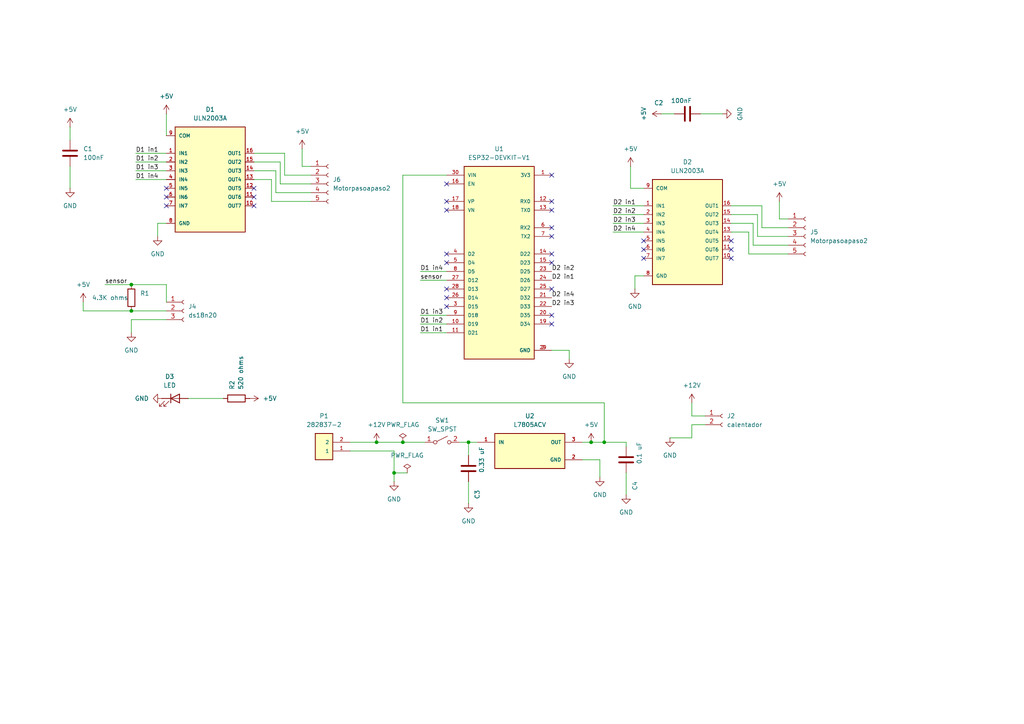
<source format=kicad_sch>
(kicad_sch
	(version 20231120)
	(generator "eeschema")
	(generator_version "8.0")
	(uuid "5b6f3257-01d0-4eda-813c-4e648ce4a526")
	(paper "A4")
	(lib_symbols
		(symbol "282837-2:282837-2"
			(pin_names
				(offset 1.016)
			)
			(exclude_from_sim no)
			(in_bom yes)
			(on_board yes)
			(property "Reference" "P"
				(at -2.5406 2.5438 0)
				(effects
					(font
						(size 1.27 1.27)
					)
					(justify left bottom)
				)
			)
			(property "Value" "282837-2"
				(at -2.5424 -6.3745 0)
				(effects
					(font
						(size 1.27 1.27)
					)
					(justify left bottom)
				)
			)
			(property "Footprint" "282837-2:TE_282837-2"
				(at 0 0 0)
				(effects
					(font
						(size 1.27 1.27)
					)
					(justify bottom)
					(hide yes)
				)
			)
			(property "Datasheet" ""
				(at 0 0 0)
				(effects
					(font
						(size 1.27 1.27)
					)
					(hide yes)
				)
			)
			(property "Description" ""
				(at 0 0 0)
				(effects
					(font
						(size 1.27 1.27)
					)
					(hide yes)
				)
			)
			(property "Comment" "282837-2"
				(at 0 0 0)
				(effects
					(font
						(size 1.27 1.27)
					)
					(justify bottom)
					(hide yes)
				)
			)
			(property "MF" "TE Connectivity"
				(at 0 0 0)
				(effects
					(font
						(size 1.27 1.27)
					)
					(justify bottom)
					(hide yes)
				)
			)
			(property "DESCRIPTION" "TERMINAL BLOCK 3.5MM 2POS PCB"
				(at 0 0 0)
				(effects
					(font
						(size 1.27 1.27)
					)
					(justify bottom)
					(hide yes)
				)
			)
			(property "PACKAGE" "None"
				(at 0 0 0)
				(effects
					(font
						(size 1.27 1.27)
					)
					(justify bottom)
					(hide yes)
				)
			)
			(property "PRICE" "0.28 USD"
				(at 0 0 0)
				(effects
					(font
						(size 1.27 1.27)
					)
					(justify bottom)
					(hide yes)
				)
			)
			(property "Package" "None"
				(at 0 0 0)
				(effects
					(font
						(size 1.27 1.27)
					)
					(justify bottom)
					(hide yes)
				)
			)
			(property "Check_prices" "https://www.snapeda.com/parts/282837-2/TE+Connectivity+AMP+Connectors/view-part/?ref=eda"
				(at 0 0 0)
				(effects
					(font
						(size 1.27 1.27)
					)
					(justify bottom)
					(hide yes)
				)
			)
			(property "Price" "None"
				(at 0 0 0)
				(effects
					(font
						(size 1.27 1.27)
					)
					(justify bottom)
					(hide yes)
				)
			)
			(property "PARTREV" "G3"
				(at 0 0 0)
				(effects
					(font
						(size 1.27 1.27)
					)
					(justify bottom)
					(hide yes)
				)
			)
			(property "SnapEDA_Link" "https://www.snapeda.com/parts/282837-2/TE+Connectivity+AMP+Connectors/view-part/?ref=snap"
				(at 0 0 0)
				(effects
					(font
						(size 1.27 1.27)
					)
					(justify bottom)
					(hide yes)
				)
			)
			(property "MP" "282837-2"
				(at 0 0 0)
				(effects
					(font
						(size 1.27 1.27)
					)
					(justify bottom)
					(hide yes)
				)
			)
			(property "Availability" "In Stock"
				(at 0 0 0)
				(effects
					(font
						(size 1.27 1.27)
					)
					(justify bottom)
					(hide yes)
				)
			)
			(property "AVAILABILITY" "Good"
				(at 0 0 0)
				(effects
					(font
						(size 1.27 1.27)
					)
					(justify bottom)
					(hide yes)
				)
			)
			(property "Description_1" "\n                        \n                            Terminal Block Connector Wire Receptacle 2 5.08 mm 30-16 AWG Green 13.5 A 250 V | TE Connectivity 282837-2\n                        \n"
				(at 0 0 0)
				(effects
					(font
						(size 1.27 1.27)
					)
					(justify bottom)
					(hide yes)
				)
			)
			(symbol "282837-2_0_0"
				(rectangle
					(start -2.54 -5.08)
					(end 2.54 2.54)
					(stroke
						(width 0.254)
						(type default)
					)
					(fill
						(type background)
					)
				)
				(pin passive line
					(at -7.62 0 0)
					(length 5.08)
					(name "1"
						(effects
							(font
								(size 1.016 1.016)
							)
						)
					)
					(number "1"
						(effects
							(font
								(size 1.016 1.016)
							)
						)
					)
				)
				(pin passive line
					(at -7.62 -2.54 0)
					(length 5.08)
					(name "2"
						(effects
							(font
								(size 1.016 1.016)
							)
						)
					)
					(number "2"
						(effects
							(font
								(size 1.016 1.016)
							)
						)
					)
				)
			)
		)
		(symbol "Connector:Conn_01x02_Socket"
			(pin_names
				(offset 1.016) hide)
			(exclude_from_sim no)
			(in_bom yes)
			(on_board yes)
			(property "Reference" "J"
				(at 0 2.54 0)
				(effects
					(font
						(size 1.27 1.27)
					)
				)
			)
			(property "Value" "Conn_01x02_Socket"
				(at 0 -5.08 0)
				(effects
					(font
						(size 1.27 1.27)
					)
				)
			)
			(property "Footprint" ""
				(at 0 0 0)
				(effects
					(font
						(size 1.27 1.27)
					)
					(hide yes)
				)
			)
			(property "Datasheet" "~"
				(at 0 0 0)
				(effects
					(font
						(size 1.27 1.27)
					)
					(hide yes)
				)
			)
			(property "Description" "Generic connector, single row, 01x02, script generated"
				(at 0 0 0)
				(effects
					(font
						(size 1.27 1.27)
					)
					(hide yes)
				)
			)
			(property "ki_locked" ""
				(at 0 0 0)
				(effects
					(font
						(size 1.27 1.27)
					)
				)
			)
			(property "ki_keywords" "connector"
				(at 0 0 0)
				(effects
					(font
						(size 1.27 1.27)
					)
					(hide yes)
				)
			)
			(property "ki_fp_filters" "Connector*:*_1x??_*"
				(at 0 0 0)
				(effects
					(font
						(size 1.27 1.27)
					)
					(hide yes)
				)
			)
			(symbol "Conn_01x02_Socket_1_1"
				(arc
					(start 0 -2.032)
					(mid -0.5058 -2.54)
					(end 0 -3.048)
					(stroke
						(width 0.1524)
						(type default)
					)
					(fill
						(type none)
					)
				)
				(polyline
					(pts
						(xy -1.27 -2.54) (xy -0.508 -2.54)
					)
					(stroke
						(width 0.1524)
						(type default)
					)
					(fill
						(type none)
					)
				)
				(polyline
					(pts
						(xy -1.27 0) (xy -0.508 0)
					)
					(stroke
						(width 0.1524)
						(type default)
					)
					(fill
						(type none)
					)
				)
				(arc
					(start 0 0.508)
					(mid -0.5058 0)
					(end 0 -0.508)
					(stroke
						(width 0.1524)
						(type default)
					)
					(fill
						(type none)
					)
				)
				(pin passive line
					(at -5.08 0 0)
					(length 3.81)
					(name "Pin_1"
						(effects
							(font
								(size 1.27 1.27)
							)
						)
					)
					(number "1"
						(effects
							(font
								(size 1.27 1.27)
							)
						)
					)
				)
				(pin passive line
					(at -5.08 -2.54 0)
					(length 3.81)
					(name "Pin_2"
						(effects
							(font
								(size 1.27 1.27)
							)
						)
					)
					(number "2"
						(effects
							(font
								(size 1.27 1.27)
							)
						)
					)
				)
			)
		)
		(symbol "Connector:Conn_01x03_Socket"
			(pin_names
				(offset 1.016) hide)
			(exclude_from_sim no)
			(in_bom yes)
			(on_board yes)
			(property "Reference" "J"
				(at 0 5.08 0)
				(effects
					(font
						(size 1.27 1.27)
					)
				)
			)
			(property "Value" "Conn_01x03_Socket"
				(at 0 -5.08 0)
				(effects
					(font
						(size 1.27 1.27)
					)
				)
			)
			(property "Footprint" ""
				(at 0 0 0)
				(effects
					(font
						(size 1.27 1.27)
					)
					(hide yes)
				)
			)
			(property "Datasheet" "~"
				(at 0 0 0)
				(effects
					(font
						(size 1.27 1.27)
					)
					(hide yes)
				)
			)
			(property "Description" "Generic connector, single row, 01x03, script generated"
				(at 0 0 0)
				(effects
					(font
						(size 1.27 1.27)
					)
					(hide yes)
				)
			)
			(property "ki_locked" ""
				(at 0 0 0)
				(effects
					(font
						(size 1.27 1.27)
					)
				)
			)
			(property "ki_keywords" "connector"
				(at 0 0 0)
				(effects
					(font
						(size 1.27 1.27)
					)
					(hide yes)
				)
			)
			(property "ki_fp_filters" "Connector*:*_1x??_*"
				(at 0 0 0)
				(effects
					(font
						(size 1.27 1.27)
					)
					(hide yes)
				)
			)
			(symbol "Conn_01x03_Socket_1_1"
				(arc
					(start 0 -2.032)
					(mid -0.5058 -2.54)
					(end 0 -3.048)
					(stroke
						(width 0.1524)
						(type default)
					)
					(fill
						(type none)
					)
				)
				(polyline
					(pts
						(xy -1.27 -2.54) (xy -0.508 -2.54)
					)
					(stroke
						(width 0.1524)
						(type default)
					)
					(fill
						(type none)
					)
				)
				(polyline
					(pts
						(xy -1.27 0) (xy -0.508 0)
					)
					(stroke
						(width 0.1524)
						(type default)
					)
					(fill
						(type none)
					)
				)
				(polyline
					(pts
						(xy -1.27 2.54) (xy -0.508 2.54)
					)
					(stroke
						(width 0.1524)
						(type default)
					)
					(fill
						(type none)
					)
				)
				(arc
					(start 0 0.508)
					(mid -0.5058 0)
					(end 0 -0.508)
					(stroke
						(width 0.1524)
						(type default)
					)
					(fill
						(type none)
					)
				)
				(arc
					(start 0 3.048)
					(mid -0.5058 2.54)
					(end 0 2.032)
					(stroke
						(width 0.1524)
						(type default)
					)
					(fill
						(type none)
					)
				)
				(pin passive line
					(at -5.08 2.54 0)
					(length 3.81)
					(name "Pin_1"
						(effects
							(font
								(size 1.27 1.27)
							)
						)
					)
					(number "1"
						(effects
							(font
								(size 1.27 1.27)
							)
						)
					)
				)
				(pin passive line
					(at -5.08 0 0)
					(length 3.81)
					(name "Pin_2"
						(effects
							(font
								(size 1.27 1.27)
							)
						)
					)
					(number "2"
						(effects
							(font
								(size 1.27 1.27)
							)
						)
					)
				)
				(pin passive line
					(at -5.08 -2.54 0)
					(length 3.81)
					(name "Pin_3"
						(effects
							(font
								(size 1.27 1.27)
							)
						)
					)
					(number "3"
						(effects
							(font
								(size 1.27 1.27)
							)
						)
					)
				)
			)
		)
		(symbol "Connector:Conn_01x05_Socket"
			(pin_names
				(offset 1.016) hide)
			(exclude_from_sim no)
			(in_bom yes)
			(on_board yes)
			(property "Reference" "J"
				(at 0 7.62 0)
				(effects
					(font
						(size 1.27 1.27)
					)
				)
			)
			(property "Value" "Conn_01x05_Socket"
				(at 0 -7.62 0)
				(effects
					(font
						(size 1.27 1.27)
					)
				)
			)
			(property "Footprint" ""
				(at 0 0 0)
				(effects
					(font
						(size 1.27 1.27)
					)
					(hide yes)
				)
			)
			(property "Datasheet" "~"
				(at 0 0 0)
				(effects
					(font
						(size 1.27 1.27)
					)
					(hide yes)
				)
			)
			(property "Description" "Generic connector, single row, 01x05, script generated"
				(at 0 0 0)
				(effects
					(font
						(size 1.27 1.27)
					)
					(hide yes)
				)
			)
			(property "ki_locked" ""
				(at 0 0 0)
				(effects
					(font
						(size 1.27 1.27)
					)
				)
			)
			(property "ki_keywords" "connector"
				(at 0 0 0)
				(effects
					(font
						(size 1.27 1.27)
					)
					(hide yes)
				)
			)
			(property "ki_fp_filters" "Connector*:*_1x??_*"
				(at 0 0 0)
				(effects
					(font
						(size 1.27 1.27)
					)
					(hide yes)
				)
			)
			(symbol "Conn_01x05_Socket_1_1"
				(arc
					(start 0 -4.572)
					(mid -0.5058 -5.08)
					(end 0 -5.588)
					(stroke
						(width 0.1524)
						(type default)
					)
					(fill
						(type none)
					)
				)
				(arc
					(start 0 -2.032)
					(mid -0.5058 -2.54)
					(end 0 -3.048)
					(stroke
						(width 0.1524)
						(type default)
					)
					(fill
						(type none)
					)
				)
				(polyline
					(pts
						(xy -1.27 -5.08) (xy -0.508 -5.08)
					)
					(stroke
						(width 0.1524)
						(type default)
					)
					(fill
						(type none)
					)
				)
				(polyline
					(pts
						(xy -1.27 -2.54) (xy -0.508 -2.54)
					)
					(stroke
						(width 0.1524)
						(type default)
					)
					(fill
						(type none)
					)
				)
				(polyline
					(pts
						(xy -1.27 0) (xy -0.508 0)
					)
					(stroke
						(width 0.1524)
						(type default)
					)
					(fill
						(type none)
					)
				)
				(polyline
					(pts
						(xy -1.27 2.54) (xy -0.508 2.54)
					)
					(stroke
						(width 0.1524)
						(type default)
					)
					(fill
						(type none)
					)
				)
				(polyline
					(pts
						(xy -1.27 5.08) (xy -0.508 5.08)
					)
					(stroke
						(width 0.1524)
						(type default)
					)
					(fill
						(type none)
					)
				)
				(arc
					(start 0 0.508)
					(mid -0.5058 0)
					(end 0 -0.508)
					(stroke
						(width 0.1524)
						(type default)
					)
					(fill
						(type none)
					)
				)
				(arc
					(start 0 3.048)
					(mid -0.5058 2.54)
					(end 0 2.032)
					(stroke
						(width 0.1524)
						(type default)
					)
					(fill
						(type none)
					)
				)
				(arc
					(start 0 5.588)
					(mid -0.5058 5.08)
					(end 0 4.572)
					(stroke
						(width 0.1524)
						(type default)
					)
					(fill
						(type none)
					)
				)
				(pin passive line
					(at -5.08 5.08 0)
					(length 3.81)
					(name "Pin_1"
						(effects
							(font
								(size 1.27 1.27)
							)
						)
					)
					(number "1"
						(effects
							(font
								(size 1.27 1.27)
							)
						)
					)
				)
				(pin passive line
					(at -5.08 2.54 0)
					(length 3.81)
					(name "Pin_2"
						(effects
							(font
								(size 1.27 1.27)
							)
						)
					)
					(number "2"
						(effects
							(font
								(size 1.27 1.27)
							)
						)
					)
				)
				(pin passive line
					(at -5.08 0 0)
					(length 3.81)
					(name "Pin_3"
						(effects
							(font
								(size 1.27 1.27)
							)
						)
					)
					(number "3"
						(effects
							(font
								(size 1.27 1.27)
							)
						)
					)
				)
				(pin passive line
					(at -5.08 -2.54 0)
					(length 3.81)
					(name "Pin_4"
						(effects
							(font
								(size 1.27 1.27)
							)
						)
					)
					(number "4"
						(effects
							(font
								(size 1.27 1.27)
							)
						)
					)
				)
				(pin passive line
					(at -5.08 -5.08 0)
					(length 3.81)
					(name "Pin_5"
						(effects
							(font
								(size 1.27 1.27)
							)
						)
					)
					(number "5"
						(effects
							(font
								(size 1.27 1.27)
							)
						)
					)
				)
			)
		)
		(symbol "Device:C"
			(pin_numbers hide)
			(pin_names
				(offset 0.254)
			)
			(exclude_from_sim no)
			(in_bom yes)
			(on_board yes)
			(property "Reference" "C"
				(at 0.635 2.54 0)
				(effects
					(font
						(size 1.27 1.27)
					)
					(justify left)
				)
			)
			(property "Value" "C"
				(at 0.635 -2.54 0)
				(effects
					(font
						(size 1.27 1.27)
					)
					(justify left)
				)
			)
			(property "Footprint" ""
				(at 0.9652 -3.81 0)
				(effects
					(font
						(size 1.27 1.27)
					)
					(hide yes)
				)
			)
			(property "Datasheet" "~"
				(at 0 0 0)
				(effects
					(font
						(size 1.27 1.27)
					)
					(hide yes)
				)
			)
			(property "Description" "Unpolarized capacitor"
				(at 0 0 0)
				(effects
					(font
						(size 1.27 1.27)
					)
					(hide yes)
				)
			)
			(property "ki_keywords" "cap capacitor"
				(at 0 0 0)
				(effects
					(font
						(size 1.27 1.27)
					)
					(hide yes)
				)
			)
			(property "ki_fp_filters" "C_*"
				(at 0 0 0)
				(effects
					(font
						(size 1.27 1.27)
					)
					(hide yes)
				)
			)
			(symbol "C_0_1"
				(polyline
					(pts
						(xy -2.032 -0.762) (xy 2.032 -0.762)
					)
					(stroke
						(width 0.508)
						(type default)
					)
					(fill
						(type none)
					)
				)
				(polyline
					(pts
						(xy -2.032 0.762) (xy 2.032 0.762)
					)
					(stroke
						(width 0.508)
						(type default)
					)
					(fill
						(type none)
					)
				)
			)
			(symbol "C_1_1"
				(pin passive line
					(at 0 3.81 270)
					(length 2.794)
					(name "~"
						(effects
							(font
								(size 1.27 1.27)
							)
						)
					)
					(number "1"
						(effects
							(font
								(size 1.27 1.27)
							)
						)
					)
				)
				(pin passive line
					(at 0 -3.81 90)
					(length 2.794)
					(name "~"
						(effects
							(font
								(size 1.27 1.27)
							)
						)
					)
					(number "2"
						(effects
							(font
								(size 1.27 1.27)
							)
						)
					)
				)
			)
		)
		(symbol "Device:LED"
			(pin_numbers hide)
			(pin_names
				(offset 1.016) hide)
			(exclude_from_sim no)
			(in_bom yes)
			(on_board yes)
			(property "Reference" "D"
				(at 0 2.54 0)
				(effects
					(font
						(size 1.27 1.27)
					)
				)
			)
			(property "Value" "LED"
				(at 0 -2.54 0)
				(effects
					(font
						(size 1.27 1.27)
					)
				)
			)
			(property "Footprint" ""
				(at 0 0 0)
				(effects
					(font
						(size 1.27 1.27)
					)
					(hide yes)
				)
			)
			(property "Datasheet" "~"
				(at 0 0 0)
				(effects
					(font
						(size 1.27 1.27)
					)
					(hide yes)
				)
			)
			(property "Description" "Light emitting diode"
				(at 0 0 0)
				(effects
					(font
						(size 1.27 1.27)
					)
					(hide yes)
				)
			)
			(property "ki_keywords" "LED diode"
				(at 0 0 0)
				(effects
					(font
						(size 1.27 1.27)
					)
					(hide yes)
				)
			)
			(property "ki_fp_filters" "LED* LED_SMD:* LED_THT:*"
				(at 0 0 0)
				(effects
					(font
						(size 1.27 1.27)
					)
					(hide yes)
				)
			)
			(symbol "LED_0_1"
				(polyline
					(pts
						(xy -1.27 -1.27) (xy -1.27 1.27)
					)
					(stroke
						(width 0.254)
						(type default)
					)
					(fill
						(type none)
					)
				)
				(polyline
					(pts
						(xy -1.27 0) (xy 1.27 0)
					)
					(stroke
						(width 0)
						(type default)
					)
					(fill
						(type none)
					)
				)
				(polyline
					(pts
						(xy 1.27 -1.27) (xy 1.27 1.27) (xy -1.27 0) (xy 1.27 -1.27)
					)
					(stroke
						(width 0.254)
						(type default)
					)
					(fill
						(type none)
					)
				)
				(polyline
					(pts
						(xy -3.048 -0.762) (xy -4.572 -2.286) (xy -3.81 -2.286) (xy -4.572 -2.286) (xy -4.572 -1.524)
					)
					(stroke
						(width 0)
						(type default)
					)
					(fill
						(type none)
					)
				)
				(polyline
					(pts
						(xy -1.778 -0.762) (xy -3.302 -2.286) (xy -2.54 -2.286) (xy -3.302 -2.286) (xy -3.302 -1.524)
					)
					(stroke
						(width 0)
						(type default)
					)
					(fill
						(type none)
					)
				)
			)
			(symbol "LED_1_1"
				(pin passive line
					(at -3.81 0 0)
					(length 2.54)
					(name "K"
						(effects
							(font
								(size 1.27 1.27)
							)
						)
					)
					(number "1"
						(effects
							(font
								(size 1.27 1.27)
							)
						)
					)
				)
				(pin passive line
					(at 3.81 0 180)
					(length 2.54)
					(name "A"
						(effects
							(font
								(size 1.27 1.27)
							)
						)
					)
					(number "2"
						(effects
							(font
								(size 1.27 1.27)
							)
						)
					)
				)
			)
		)
		(symbol "Device:R"
			(pin_numbers hide)
			(pin_names
				(offset 0)
			)
			(exclude_from_sim no)
			(in_bom yes)
			(on_board yes)
			(property "Reference" "R"
				(at 2.032 0 90)
				(effects
					(font
						(size 1.27 1.27)
					)
				)
			)
			(property "Value" "R"
				(at 0 0 90)
				(effects
					(font
						(size 1.27 1.27)
					)
				)
			)
			(property "Footprint" ""
				(at -1.778 0 90)
				(effects
					(font
						(size 1.27 1.27)
					)
					(hide yes)
				)
			)
			(property "Datasheet" "~"
				(at 0 0 0)
				(effects
					(font
						(size 1.27 1.27)
					)
					(hide yes)
				)
			)
			(property "Description" "Resistor"
				(at 0 0 0)
				(effects
					(font
						(size 1.27 1.27)
					)
					(hide yes)
				)
			)
			(property "ki_keywords" "R res resistor"
				(at 0 0 0)
				(effects
					(font
						(size 1.27 1.27)
					)
					(hide yes)
				)
			)
			(property "ki_fp_filters" "R_*"
				(at 0 0 0)
				(effects
					(font
						(size 1.27 1.27)
					)
					(hide yes)
				)
			)
			(symbol "R_0_1"
				(rectangle
					(start -1.016 -2.54)
					(end 1.016 2.54)
					(stroke
						(width 0.254)
						(type default)
					)
					(fill
						(type none)
					)
				)
			)
			(symbol "R_1_1"
				(pin passive line
					(at 0 3.81 270)
					(length 1.27)
					(name "~"
						(effects
							(font
								(size 1.27 1.27)
							)
						)
					)
					(number "1"
						(effects
							(font
								(size 1.27 1.27)
							)
						)
					)
				)
				(pin passive line
					(at 0 -3.81 90)
					(length 1.27)
					(name "~"
						(effects
							(font
								(size 1.27 1.27)
							)
						)
					)
					(number "2"
						(effects
							(font
								(size 1.27 1.27)
							)
						)
					)
				)
			)
		)
		(symbol "ESP32-DEVKIT-V1:ESP32-DEVKIT-V1"
			(pin_names
				(offset 1.016)
			)
			(exclude_from_sim no)
			(in_bom yes)
			(on_board yes)
			(property "Reference" "U"
				(at -10.16 30.48 0)
				(effects
					(font
						(size 1.27 1.27)
					)
					(justify left top)
				)
			)
			(property "Value" "ESP32-DEVKIT-V1"
				(at -10.16 -30.48 0)
				(effects
					(font
						(size 1.27 1.27)
					)
					(justify left bottom)
				)
			)
			(property "Footprint" "ESP32-DEVKIT-V1:MODULE_ESP32_DEVKIT_V1"
				(at 0 0 0)
				(effects
					(font
						(size 1.27 1.27)
					)
					(justify bottom)
					(hide yes)
				)
			)
			(property "Datasheet" ""
				(at 0 0 0)
				(effects
					(font
						(size 1.27 1.27)
					)
					(hide yes)
				)
			)
			(property "Description" ""
				(at 0 0 0)
				(effects
					(font
						(size 1.27 1.27)
					)
					(hide yes)
				)
			)
			(property "MF" "Do it"
				(at 0 0 0)
				(effects
					(font
						(size 1.27 1.27)
					)
					(justify bottom)
					(hide yes)
				)
			)
			(property "MAXIMUM_PACKAGE_HEIGHT" "6.8 mm"
				(at 0 0 0)
				(effects
					(font
						(size 1.27 1.27)
					)
					(justify bottom)
					(hide yes)
				)
			)
			(property "Package" "None"
				(at 0 0 0)
				(effects
					(font
						(size 1.27 1.27)
					)
					(justify bottom)
					(hide yes)
				)
			)
			(property "Price" "None"
				(at 0 0 0)
				(effects
					(font
						(size 1.27 1.27)
					)
					(justify bottom)
					(hide yes)
				)
			)
			(property "Check_prices" "https://www.snapeda.com/parts/ESP32-DEVKIT-V1/Do+it/view-part/?ref=eda"
				(at 0 0 0)
				(effects
					(font
						(size 1.27 1.27)
					)
					(justify bottom)
					(hide yes)
				)
			)
			(property "STANDARD" "Manufacturer Recommendations"
				(at 0 0 0)
				(effects
					(font
						(size 1.27 1.27)
					)
					(justify bottom)
					(hide yes)
				)
			)
			(property "PARTREV" "N/A"
				(at 0 0 0)
				(effects
					(font
						(size 1.27 1.27)
					)
					(justify bottom)
					(hide yes)
				)
			)
			(property "SnapEDA_Link" "https://www.snapeda.com/parts/ESP32-DEVKIT-V1/Do+it/view-part/?ref=snap"
				(at 0 0 0)
				(effects
					(font
						(size 1.27 1.27)
					)
					(justify bottom)
					(hide yes)
				)
			)
			(property "MP" "ESP32-DEVKIT-V1"
				(at 0 0 0)
				(effects
					(font
						(size 1.27 1.27)
					)
					(justify bottom)
					(hide yes)
				)
			)
			(property "Description_1" "\n                        \n                            Dual core, Wi-Fi: 2.4 GHz up to 150 Mbits/s,BLE (Bluetooth Low Energy) and legacy Bluetooth, 32 bits, Up to 240 MHz\n                        \n"
				(at 0 0 0)
				(effects
					(font
						(size 1.27 1.27)
					)
					(justify bottom)
					(hide yes)
				)
			)
			(property "Availability" "Not in stock"
				(at 0 0 0)
				(effects
					(font
						(size 1.27 1.27)
					)
					(justify bottom)
					(hide yes)
				)
			)
			(property "MANUFACTURER" "DOIT"
				(at 0 0 0)
				(effects
					(font
						(size 1.27 1.27)
					)
					(justify bottom)
					(hide yes)
				)
			)
			(symbol "ESP32-DEVKIT-V1_0_0"
				(rectangle
					(start -10.16 -27.94)
					(end 10.16 27.94)
					(stroke
						(width 0.254)
						(type default)
					)
					(fill
						(type background)
					)
				)
				(pin output line
					(at 15.24 25.4 180)
					(length 5.08)
					(name "3V3"
						(effects
							(font
								(size 1.016 1.016)
							)
						)
					)
					(number "1"
						(effects
							(font
								(size 1.016 1.016)
							)
						)
					)
				)
				(pin bidirectional line
					(at -15.24 -17.78 0)
					(length 5.08)
					(name "D19"
						(effects
							(font
								(size 1.016 1.016)
							)
						)
					)
					(number "10"
						(effects
							(font
								(size 1.016 1.016)
							)
						)
					)
				)
				(pin bidirectional line
					(at -15.24 -20.32 0)
					(length 5.08)
					(name "D21"
						(effects
							(font
								(size 1.016 1.016)
							)
						)
					)
					(number "11"
						(effects
							(font
								(size 1.016 1.016)
							)
						)
					)
				)
				(pin input line
					(at 15.24 17.78 180)
					(length 5.08)
					(name "RX0"
						(effects
							(font
								(size 1.016 1.016)
							)
						)
					)
					(number "12"
						(effects
							(font
								(size 1.016 1.016)
							)
						)
					)
				)
				(pin output line
					(at 15.24 15.24 180)
					(length 5.08)
					(name "TX0"
						(effects
							(font
								(size 1.016 1.016)
							)
						)
					)
					(number "13"
						(effects
							(font
								(size 1.016 1.016)
							)
						)
					)
				)
				(pin bidirectional line
					(at 15.24 2.54 180)
					(length 5.08)
					(name "D22"
						(effects
							(font
								(size 1.016 1.016)
							)
						)
					)
					(number "14"
						(effects
							(font
								(size 1.016 1.016)
							)
						)
					)
				)
				(pin bidirectional line
					(at 15.24 0 180)
					(length 5.08)
					(name "D23"
						(effects
							(font
								(size 1.016 1.016)
							)
						)
					)
					(number "15"
						(effects
							(font
								(size 1.016 1.016)
							)
						)
					)
				)
				(pin input line
					(at -15.24 22.86 0)
					(length 5.08)
					(name "EN"
						(effects
							(font
								(size 1.016 1.016)
							)
						)
					)
					(number "16"
						(effects
							(font
								(size 1.016 1.016)
							)
						)
					)
				)
				(pin bidirectional line
					(at -15.24 17.78 0)
					(length 5.08)
					(name "VP"
						(effects
							(font
								(size 1.016 1.016)
							)
						)
					)
					(number "17"
						(effects
							(font
								(size 1.016 1.016)
							)
						)
					)
				)
				(pin bidirectional line
					(at -15.24 15.24 0)
					(length 5.08)
					(name "VN"
						(effects
							(font
								(size 1.016 1.016)
							)
						)
					)
					(number "18"
						(effects
							(font
								(size 1.016 1.016)
							)
						)
					)
				)
				(pin bidirectional line
					(at 15.24 -17.78 180)
					(length 5.08)
					(name "D34"
						(effects
							(font
								(size 1.016 1.016)
							)
						)
					)
					(number "19"
						(effects
							(font
								(size 1.016 1.016)
							)
						)
					)
				)
				(pin power_in line
					(at 15.24 -25.4 180)
					(length 5.08)
					(name "GND"
						(effects
							(font
								(size 1.016 1.016)
							)
						)
					)
					(number "2"
						(effects
							(font
								(size 1.016 1.016)
							)
						)
					)
				)
				(pin bidirectional line
					(at 15.24 -15.24 180)
					(length 5.08)
					(name "D35"
						(effects
							(font
								(size 1.016 1.016)
							)
						)
					)
					(number "20"
						(effects
							(font
								(size 1.016 1.016)
							)
						)
					)
				)
				(pin bidirectional line
					(at 15.24 -10.16 180)
					(length 5.08)
					(name "D32"
						(effects
							(font
								(size 1.016 1.016)
							)
						)
					)
					(number "21"
						(effects
							(font
								(size 1.016 1.016)
							)
						)
					)
				)
				(pin bidirectional line
					(at 15.24 -12.7 180)
					(length 5.08)
					(name "D33"
						(effects
							(font
								(size 1.016 1.016)
							)
						)
					)
					(number "22"
						(effects
							(font
								(size 1.016 1.016)
							)
						)
					)
				)
				(pin bidirectional line
					(at 15.24 -2.54 180)
					(length 5.08)
					(name "D25"
						(effects
							(font
								(size 1.016 1.016)
							)
						)
					)
					(number "23"
						(effects
							(font
								(size 1.016 1.016)
							)
						)
					)
				)
				(pin bidirectional line
					(at 15.24 -5.08 180)
					(length 5.08)
					(name "D26"
						(effects
							(font
								(size 1.016 1.016)
							)
						)
					)
					(number "24"
						(effects
							(font
								(size 1.016 1.016)
							)
						)
					)
				)
				(pin bidirectional line
					(at 15.24 -7.62 180)
					(length 5.08)
					(name "D27"
						(effects
							(font
								(size 1.016 1.016)
							)
						)
					)
					(number "25"
						(effects
							(font
								(size 1.016 1.016)
							)
						)
					)
				)
				(pin bidirectional line
					(at -15.24 -10.16 0)
					(length 5.08)
					(name "D14"
						(effects
							(font
								(size 1.016 1.016)
							)
						)
					)
					(number "26"
						(effects
							(font
								(size 1.016 1.016)
							)
						)
					)
				)
				(pin bidirectional line
					(at -15.24 -5.08 0)
					(length 5.08)
					(name "D12"
						(effects
							(font
								(size 1.016 1.016)
							)
						)
					)
					(number "27"
						(effects
							(font
								(size 1.016 1.016)
							)
						)
					)
				)
				(pin bidirectional line
					(at -15.24 -7.62 0)
					(length 5.08)
					(name "D13"
						(effects
							(font
								(size 1.016 1.016)
							)
						)
					)
					(number "28"
						(effects
							(font
								(size 1.016 1.016)
							)
						)
					)
				)
				(pin power_in line
					(at 15.24 -25.4 180)
					(length 5.08)
					(name "GND"
						(effects
							(font
								(size 1.016 1.016)
							)
						)
					)
					(number "29"
						(effects
							(font
								(size 1.016 1.016)
							)
						)
					)
				)
				(pin bidirectional line
					(at -15.24 -12.7 0)
					(length 5.08)
					(name "D15"
						(effects
							(font
								(size 1.016 1.016)
							)
						)
					)
					(number "3"
						(effects
							(font
								(size 1.016 1.016)
							)
						)
					)
				)
				(pin input line
					(at -15.24 25.4 0)
					(length 5.08)
					(name "VIN"
						(effects
							(font
								(size 1.016 1.016)
							)
						)
					)
					(number "30"
						(effects
							(font
								(size 1.016 1.016)
							)
						)
					)
				)
				(pin bidirectional line
					(at -15.24 2.54 0)
					(length 5.08)
					(name "D2"
						(effects
							(font
								(size 1.016 1.016)
							)
						)
					)
					(number "4"
						(effects
							(font
								(size 1.016 1.016)
							)
						)
					)
				)
				(pin bidirectional line
					(at -15.24 0 0)
					(length 5.08)
					(name "D4"
						(effects
							(font
								(size 1.016 1.016)
							)
						)
					)
					(number "5"
						(effects
							(font
								(size 1.016 1.016)
							)
						)
					)
				)
				(pin input line
					(at 15.24 10.16 180)
					(length 5.08)
					(name "RX2"
						(effects
							(font
								(size 1.016 1.016)
							)
						)
					)
					(number "6"
						(effects
							(font
								(size 1.016 1.016)
							)
						)
					)
				)
				(pin output line
					(at 15.24 7.62 180)
					(length 5.08)
					(name "TX2"
						(effects
							(font
								(size 1.016 1.016)
							)
						)
					)
					(number "7"
						(effects
							(font
								(size 1.016 1.016)
							)
						)
					)
				)
				(pin bidirectional line
					(at -15.24 -2.54 0)
					(length 5.08)
					(name "D5"
						(effects
							(font
								(size 1.016 1.016)
							)
						)
					)
					(number "8"
						(effects
							(font
								(size 1.016 1.016)
							)
						)
					)
				)
				(pin bidirectional line
					(at -15.24 -15.24 0)
					(length 5.08)
					(name "D18"
						(effects
							(font
								(size 1.016 1.016)
							)
						)
					)
					(number "9"
						(effects
							(font
								(size 1.016 1.016)
							)
						)
					)
				)
			)
		)
		(symbol "L7805ACV:L7805ACV"
			(pin_names
				(offset 1.016)
			)
			(exclude_from_sim no)
			(in_bom yes)
			(on_board yes)
			(property "Reference" "U2"
				(at 0 10.16 0)
				(effects
					(font
						(size 1.27 1.27)
					)
				)
			)
			(property "Value" "L7805ACV"
				(at 0 7.62 0)
				(effects
					(font
						(size 1.27 1.27)
					)
				)
			)
			(property "Footprint" "L7805ACV:TO254P460X1020X1945-3P"
				(at 0 0 0)
				(effects
					(font
						(size 1.27 1.27)
					)
					(justify bottom)
					(hide yes)
				)
			)
			(property "Datasheet" ""
				(at 0 0 0)
				(effects
					(font
						(size 1.27 1.27)
					)
					(hide yes)
				)
			)
			(property "Description" ""
				(at 0 0 0)
				(effects
					(font
						(size 1.27 1.27)
					)
					(hide yes)
				)
			)
			(property "MF" "STMicroelectronics"
				(at 0 0 0)
				(effects
					(font
						(size 1.27 1.27)
					)
					(justify bottom)
					(hide yes)
				)
			)
			(property "Description_1" "\n                        \n                            Linear Voltage Regulator IC Positive Fixed 1 Output  1.5A TO-220\n                        \n"
				(at 0 0 0)
				(effects
					(font
						(size 1.27 1.27)
					)
					(justify bottom)
					(hide yes)
				)
			)
			(property "Package" "TO-220-3 STMicroelectronics"
				(at 0 0 0)
				(effects
					(font
						(size 1.27 1.27)
					)
					(justify bottom)
					(hide yes)
				)
			)
			(property "Price" "None"
				(at 0 0 0)
				(effects
					(font
						(size 1.27 1.27)
					)
					(justify bottom)
					(hide yes)
				)
			)
			(property "Check_prices" "https://www.snapeda.com/parts/L7805ACV/STMicroelectronics/view-part/?ref=eda"
				(at 0 0 0)
				(effects
					(font
						(size 1.27 1.27)
					)
					(justify bottom)
					(hide yes)
				)
			)
			(property "SnapEDA_Link" "https://www.snapeda.com/parts/L7805ACV/STMicroelectronics/view-part/?ref=snap"
				(at 0 0 0)
				(effects
					(font
						(size 1.27 1.27)
					)
					(justify bottom)
					(hide yes)
				)
			)
			(property "MP" "L7805ACV"
				(at 0 0 0)
				(effects
					(font
						(size 1.27 1.27)
					)
					(justify bottom)
					(hide yes)
				)
			)
			(property "Availability" "In Stock"
				(at 0 0 0)
				(effects
					(font
						(size 1.27 1.27)
					)
					(justify bottom)
					(hide yes)
				)
			)
			(property "MANUFACTURER" "STMicroelectronics"
				(at 0 0 0)
				(effects
					(font
						(size 1.27 1.27)
					)
					(justify bottom)
					(hide yes)
				)
			)
			(symbol "L7805ACV_0_0"
				(rectangle
					(start -10.16 -5.08)
					(end 10.16 5.08)
					(stroke
						(width 0.254)
						(type default)
					)
					(fill
						(type background)
					)
				)
				(pin input line
					(at -15.24 2.54 0)
					(length 5.08)
					(name "IN"
						(effects
							(font
								(size 1.016 1.016)
							)
						)
					)
					(number "1"
						(effects
							(font
								(size 1.016 1.016)
							)
						)
					)
				)
				(pin power_in line
					(at 15.24 -2.54 180)
					(length 5.08)
					(name "GND"
						(effects
							(font
								(size 1.016 1.016)
							)
						)
					)
					(number "2"
						(effects
							(font
								(size 1.016 1.016)
							)
						)
					)
				)
			)
			(symbol "L7805ACV_1_0"
				(pin power_out line
					(at 15.24 2.54 180)
					(length 5.08)
					(name "OUT"
						(effects
							(font
								(size 1.016 1.016)
							)
						)
					)
					(number "3"
						(effects
							(font
								(size 1.016 1.016)
							)
						)
					)
				)
			)
		)
		(symbol "Switch:SW_SPST"
			(pin_names
				(offset 0) hide)
			(exclude_from_sim no)
			(in_bom yes)
			(on_board yes)
			(property "Reference" "SW"
				(at 0 3.175 0)
				(effects
					(font
						(size 1.27 1.27)
					)
				)
			)
			(property "Value" "SW_SPST"
				(at 0 -2.54 0)
				(effects
					(font
						(size 1.27 1.27)
					)
				)
			)
			(property "Footprint" ""
				(at 0 0 0)
				(effects
					(font
						(size 1.27 1.27)
					)
					(hide yes)
				)
			)
			(property "Datasheet" "~"
				(at 0 0 0)
				(effects
					(font
						(size 1.27 1.27)
					)
					(hide yes)
				)
			)
			(property "Description" "Single Pole Single Throw (SPST) switch"
				(at 0 0 0)
				(effects
					(font
						(size 1.27 1.27)
					)
					(hide yes)
				)
			)
			(property "ki_keywords" "switch lever"
				(at 0 0 0)
				(effects
					(font
						(size 1.27 1.27)
					)
					(hide yes)
				)
			)
			(symbol "SW_SPST_0_0"
				(circle
					(center -2.032 0)
					(radius 0.508)
					(stroke
						(width 0)
						(type default)
					)
					(fill
						(type none)
					)
				)
				(polyline
					(pts
						(xy -1.524 0.254) (xy 1.524 1.778)
					)
					(stroke
						(width 0)
						(type default)
					)
					(fill
						(type none)
					)
				)
				(circle
					(center 2.032 0)
					(radius 0.508)
					(stroke
						(width 0)
						(type default)
					)
					(fill
						(type none)
					)
				)
			)
			(symbol "SW_SPST_1_1"
				(pin passive line
					(at -5.08 0 0)
					(length 2.54)
					(name "A"
						(effects
							(font
								(size 1.27 1.27)
							)
						)
					)
					(number "1"
						(effects
							(font
								(size 1.27 1.27)
							)
						)
					)
				)
				(pin passive line
					(at 5.08 0 180)
					(length 2.54)
					(name "B"
						(effects
							(font
								(size 1.27 1.27)
							)
						)
					)
					(number "2"
						(effects
							(font
								(size 1.27 1.27)
							)
						)
					)
				)
			)
		)
		(symbol "ULN2003A:ULN2003A"
			(pin_names
				(offset 1.016)
			)
			(exclude_from_sim no)
			(in_bom yes)
			(on_board yes)
			(property "Reference" "U"
				(at -10.16 17.78 0)
				(effects
					(font
						(size 1.27 1.27)
					)
					(justify left bottom)
				)
			)
			(property "Value" "ULN2003A"
				(at -10.16 -20.32 0)
				(effects
					(font
						(size 1.27 1.27)
					)
					(justify left bottom)
				)
			)
			(property "Footprint" "ULN2003A:TSSOP-16-TI"
				(at 0 0 0)
				(effects
					(font
						(size 1.27 1.27)
					)
					(justify bottom)
					(hide yes)
				)
			)
			(property "Datasheet" ""
				(at 0 0 0)
				(effects
					(font
						(size 1.27 1.27)
					)
					(hide yes)
				)
			)
			(property "Description" ""
				(at 0 0 0)
				(effects
					(font
						(size 1.27 1.27)
					)
					(hide yes)
				)
			)
			(property "MF" "STMicroelectronics"
				(at 0 0 0)
				(effects
					(font
						(size 1.27 1.27)
					)
					(justify bottom)
					(hide yes)
				)
			)
			(property "Description_1" "\n                        \n                            DARLINGTON ARRAY 7NPN, 2003, DIP16; Transistor Polarity:NPN; Collector Emitter Voltage V(br)ceo:50V; DC Collector Current:500mA; DC Current Gain hFE:1000; Operating Temperature Range:-20°C to +85°C; Transistor Case Style:DIP; No. of Pins:16; SVHC:No SVHC (20-Jun-2011); Base Number:2003; Current Ic Continuous a Max:500mA; Device Marking:ULN2003A; IC Generic Number:2003; Input Type:TTL, CMOS 5V; Input Voltage Max:5V; Logic Function Number:2003; Module Configuration:Seven; No. of Channels:7; No. of Transistors:7; Operating Temperature Max:85°C; Operating Temperature Min:-20°C; Output Current Max:500mA; Output Type:Open Collector; Output Voltage Max:50V; Package / Case:DIP; Termination Type:Through Hole; Transistor Type:Power Darlington\n                        \n"
				(at 0 0 0)
				(effects
					(font
						(size 1.27 1.27)
					)
					(justify bottom)
					(hide yes)
				)
			)
			(property "Package" "DIP-16 Sprague"
				(at 0 0 0)
				(effects
					(font
						(size 1.27 1.27)
					)
					(justify bottom)
					(hide yes)
				)
			)
			(property "Price" "None"
				(at 0 0 0)
				(effects
					(font
						(size 1.27 1.27)
					)
					(justify bottom)
					(hide yes)
				)
			)
			(property "SnapEDA_Link" "https://www.snapeda.com/parts/ULN2003A/STMicroelectronics/view-part/?ref=snap"
				(at 0 0 0)
				(effects
					(font
						(size 1.27 1.27)
					)
					(justify bottom)
					(hide yes)
				)
			)
			(property "MP" "ULN2003A"
				(at 0 0 0)
				(effects
					(font
						(size 1.27 1.27)
					)
					(justify bottom)
					(hide yes)
				)
			)
			(property "Availability" "In Stock"
				(at 0 0 0)
				(effects
					(font
						(size 1.27 1.27)
					)
					(justify bottom)
					(hide yes)
				)
			)
			(property "Check_prices" "https://www.snapeda.com/parts/ULN2003A/STMicroelectronics/view-part/?ref=eda"
				(at 0 0 0)
				(effects
					(font
						(size 1.27 1.27)
					)
					(justify bottom)
					(hide yes)
				)
			)
			(symbol "ULN2003A_0_0"
				(rectangle
					(start -10.16 -15.24)
					(end 10.16 15.24)
					(stroke
						(width 0.254)
						(type default)
					)
					(fill
						(type background)
					)
				)
				(pin bidirectional line
					(at -12.7 7.62 0)
					(length 2.54)
					(name "IN1"
						(effects
							(font
								(size 1.016 1.016)
							)
						)
					)
					(number "1"
						(effects
							(font
								(size 1.016 1.016)
							)
						)
					)
				)
				(pin bidirectional line
					(at 12.7 -7.62 180)
					(length 2.54)
					(name "OUT7"
						(effects
							(font
								(size 1.016 1.016)
							)
						)
					)
					(number "10"
						(effects
							(font
								(size 1.016 1.016)
							)
						)
					)
				)
				(pin bidirectional line
					(at 12.7 -5.08 180)
					(length 2.54)
					(name "OUT6"
						(effects
							(font
								(size 1.016 1.016)
							)
						)
					)
					(number "11"
						(effects
							(font
								(size 1.016 1.016)
							)
						)
					)
				)
				(pin bidirectional line
					(at 12.7 -2.54 180)
					(length 2.54)
					(name "OUT5"
						(effects
							(font
								(size 1.016 1.016)
							)
						)
					)
					(number "12"
						(effects
							(font
								(size 1.016 1.016)
							)
						)
					)
				)
				(pin bidirectional line
					(at 12.7 0 180)
					(length 2.54)
					(name "OUT4"
						(effects
							(font
								(size 1.016 1.016)
							)
						)
					)
					(number "13"
						(effects
							(font
								(size 1.016 1.016)
							)
						)
					)
				)
				(pin bidirectional line
					(at 12.7 2.54 180)
					(length 2.54)
					(name "OUT3"
						(effects
							(font
								(size 1.016 1.016)
							)
						)
					)
					(number "14"
						(effects
							(font
								(size 1.016 1.016)
							)
						)
					)
				)
				(pin bidirectional line
					(at 12.7 5.08 180)
					(length 2.54)
					(name "OUT2"
						(effects
							(font
								(size 1.016 1.016)
							)
						)
					)
					(number "15"
						(effects
							(font
								(size 1.016 1.016)
							)
						)
					)
				)
				(pin bidirectional line
					(at 12.7 7.62 180)
					(length 2.54)
					(name "OUT1"
						(effects
							(font
								(size 1.016 1.016)
							)
						)
					)
					(number "16"
						(effects
							(font
								(size 1.016 1.016)
							)
						)
					)
				)
				(pin bidirectional line
					(at -12.7 5.08 0)
					(length 2.54)
					(name "IN2"
						(effects
							(font
								(size 1.016 1.016)
							)
						)
					)
					(number "2"
						(effects
							(font
								(size 1.016 1.016)
							)
						)
					)
				)
				(pin bidirectional line
					(at -12.7 2.54 0)
					(length 2.54)
					(name "IN3"
						(effects
							(font
								(size 1.016 1.016)
							)
						)
					)
					(number "3"
						(effects
							(font
								(size 1.016 1.016)
							)
						)
					)
				)
				(pin bidirectional line
					(at -12.7 0 0)
					(length 2.54)
					(name "IN4"
						(effects
							(font
								(size 1.016 1.016)
							)
						)
					)
					(number "4"
						(effects
							(font
								(size 1.016 1.016)
							)
						)
					)
				)
				(pin bidirectional line
					(at -12.7 -2.54 0)
					(length 2.54)
					(name "IN5"
						(effects
							(font
								(size 1.016 1.016)
							)
						)
					)
					(number "5"
						(effects
							(font
								(size 1.016 1.016)
							)
						)
					)
				)
				(pin bidirectional line
					(at -12.7 -5.08 0)
					(length 2.54)
					(name "IN6"
						(effects
							(font
								(size 1.016 1.016)
							)
						)
					)
					(number "6"
						(effects
							(font
								(size 1.016 1.016)
							)
						)
					)
				)
				(pin bidirectional line
					(at -12.7 -7.62 0)
					(length 2.54)
					(name "IN7"
						(effects
							(font
								(size 1.016 1.016)
							)
						)
					)
					(number "7"
						(effects
							(font
								(size 1.016 1.016)
							)
						)
					)
				)
				(pin bidirectional line
					(at -12.7 -12.7 0)
					(length 2.54)
					(name "GND"
						(effects
							(font
								(size 1.016 1.016)
							)
						)
					)
					(number "8"
						(effects
							(font
								(size 1.016 1.016)
							)
						)
					)
				)
				(pin bidirectional line
					(at -12.7 12.7 0)
					(length 2.54)
					(name "COM"
						(effects
							(font
								(size 1.016 1.016)
							)
						)
					)
					(number "9"
						(effects
							(font
								(size 1.016 1.016)
							)
						)
					)
				)
			)
		)
		(symbol "power:+12V"
			(power)
			(pin_numbers hide)
			(pin_names
				(offset 0) hide)
			(exclude_from_sim no)
			(in_bom yes)
			(on_board yes)
			(property "Reference" "#PWR"
				(at 0 -3.81 0)
				(effects
					(font
						(size 1.27 1.27)
					)
					(hide yes)
				)
			)
			(property "Value" "+12V"
				(at 0 3.556 0)
				(effects
					(font
						(size 1.27 1.27)
					)
				)
			)
			(property "Footprint" ""
				(at 0 0 0)
				(effects
					(font
						(size 1.27 1.27)
					)
					(hide yes)
				)
			)
			(property "Datasheet" ""
				(at 0 0 0)
				(effects
					(font
						(size 1.27 1.27)
					)
					(hide yes)
				)
			)
			(property "Description" "Power symbol creates a global label with name \"+12V\""
				(at 0 0 0)
				(effects
					(font
						(size 1.27 1.27)
					)
					(hide yes)
				)
			)
			(property "ki_keywords" "global power"
				(at 0 0 0)
				(effects
					(font
						(size 1.27 1.27)
					)
					(hide yes)
				)
			)
			(symbol "+12V_0_1"
				(polyline
					(pts
						(xy -0.762 1.27) (xy 0 2.54)
					)
					(stroke
						(width 0)
						(type default)
					)
					(fill
						(type none)
					)
				)
				(polyline
					(pts
						(xy 0 0) (xy 0 2.54)
					)
					(stroke
						(width 0)
						(type default)
					)
					(fill
						(type none)
					)
				)
				(polyline
					(pts
						(xy 0 2.54) (xy 0.762 1.27)
					)
					(stroke
						(width 0)
						(type default)
					)
					(fill
						(type none)
					)
				)
			)
			(symbol "+12V_1_1"
				(pin power_in line
					(at 0 0 90)
					(length 0)
					(name "~"
						(effects
							(font
								(size 1.27 1.27)
							)
						)
					)
					(number "1"
						(effects
							(font
								(size 1.27 1.27)
							)
						)
					)
				)
			)
		)
		(symbol "power:+5V"
			(power)
			(pin_numbers hide)
			(pin_names
				(offset 0) hide)
			(exclude_from_sim no)
			(in_bom yes)
			(on_board yes)
			(property "Reference" "#PWR"
				(at 0 -3.81 0)
				(effects
					(font
						(size 1.27 1.27)
					)
					(hide yes)
				)
			)
			(property "Value" "+5V"
				(at 0 3.556 0)
				(effects
					(font
						(size 1.27 1.27)
					)
				)
			)
			(property "Footprint" ""
				(at 0 0 0)
				(effects
					(font
						(size 1.27 1.27)
					)
					(hide yes)
				)
			)
			(property "Datasheet" ""
				(at 0 0 0)
				(effects
					(font
						(size 1.27 1.27)
					)
					(hide yes)
				)
			)
			(property "Description" "Power symbol creates a global label with name \"+5V\""
				(at 0 0 0)
				(effects
					(font
						(size 1.27 1.27)
					)
					(hide yes)
				)
			)
			(property "ki_keywords" "global power"
				(at 0 0 0)
				(effects
					(font
						(size 1.27 1.27)
					)
					(hide yes)
				)
			)
			(symbol "+5V_0_1"
				(polyline
					(pts
						(xy -0.762 1.27) (xy 0 2.54)
					)
					(stroke
						(width 0)
						(type default)
					)
					(fill
						(type none)
					)
				)
				(polyline
					(pts
						(xy 0 0) (xy 0 2.54)
					)
					(stroke
						(width 0)
						(type default)
					)
					(fill
						(type none)
					)
				)
				(polyline
					(pts
						(xy 0 2.54) (xy 0.762 1.27)
					)
					(stroke
						(width 0)
						(type default)
					)
					(fill
						(type none)
					)
				)
			)
			(symbol "+5V_1_1"
				(pin power_in line
					(at 0 0 90)
					(length 0)
					(name "~"
						(effects
							(font
								(size 1.27 1.27)
							)
						)
					)
					(number "1"
						(effects
							(font
								(size 1.27 1.27)
							)
						)
					)
				)
			)
		)
		(symbol "power:GND"
			(power)
			(pin_numbers hide)
			(pin_names
				(offset 0) hide)
			(exclude_from_sim no)
			(in_bom yes)
			(on_board yes)
			(property "Reference" "#PWR"
				(at 0 -6.35 0)
				(effects
					(font
						(size 1.27 1.27)
					)
					(hide yes)
				)
			)
			(property "Value" "GND"
				(at 0 -3.81 0)
				(effects
					(font
						(size 1.27 1.27)
					)
				)
			)
			(property "Footprint" ""
				(at 0 0 0)
				(effects
					(font
						(size 1.27 1.27)
					)
					(hide yes)
				)
			)
			(property "Datasheet" ""
				(at 0 0 0)
				(effects
					(font
						(size 1.27 1.27)
					)
					(hide yes)
				)
			)
			(property "Description" "Power symbol creates a global label with name \"GND\" , ground"
				(at 0 0 0)
				(effects
					(font
						(size 1.27 1.27)
					)
					(hide yes)
				)
			)
			(property "ki_keywords" "global power"
				(at 0 0 0)
				(effects
					(font
						(size 1.27 1.27)
					)
					(hide yes)
				)
			)
			(symbol "GND_0_1"
				(polyline
					(pts
						(xy 0 0) (xy 0 -1.27) (xy 1.27 -1.27) (xy 0 -2.54) (xy -1.27 -1.27) (xy 0 -1.27)
					)
					(stroke
						(width 0)
						(type default)
					)
					(fill
						(type none)
					)
				)
			)
			(symbol "GND_1_1"
				(pin power_in line
					(at 0 0 270)
					(length 0)
					(name "~"
						(effects
							(font
								(size 1.27 1.27)
							)
						)
					)
					(number "1"
						(effects
							(font
								(size 1.27 1.27)
							)
						)
					)
				)
			)
		)
		(symbol "power:PWR_FLAG"
			(power)
			(pin_numbers hide)
			(pin_names
				(offset 0) hide)
			(exclude_from_sim no)
			(in_bom yes)
			(on_board yes)
			(property "Reference" "#FLG"
				(at 0 1.905 0)
				(effects
					(font
						(size 1.27 1.27)
					)
					(hide yes)
				)
			)
			(property "Value" "PWR_FLAG"
				(at 0 3.81 0)
				(effects
					(font
						(size 1.27 1.27)
					)
				)
			)
			(property "Footprint" ""
				(at 0 0 0)
				(effects
					(font
						(size 1.27 1.27)
					)
					(hide yes)
				)
			)
			(property "Datasheet" "~"
				(at 0 0 0)
				(effects
					(font
						(size 1.27 1.27)
					)
					(hide yes)
				)
			)
			(property "Description" "Special symbol for telling ERC where power comes from"
				(at 0 0 0)
				(effects
					(font
						(size 1.27 1.27)
					)
					(hide yes)
				)
			)
			(property "ki_keywords" "flag power"
				(at 0 0 0)
				(effects
					(font
						(size 1.27 1.27)
					)
					(hide yes)
				)
			)
			(symbol "PWR_FLAG_0_0"
				(pin power_out line
					(at 0 0 90)
					(length 0)
					(name "~"
						(effects
							(font
								(size 1.27 1.27)
							)
						)
					)
					(number "1"
						(effects
							(font
								(size 1.27 1.27)
							)
						)
					)
				)
			)
			(symbol "PWR_FLAG_0_1"
				(polyline
					(pts
						(xy 0 0) (xy 0 1.27) (xy -1.016 1.905) (xy 0 2.54) (xy 1.016 1.905) (xy 0 1.27)
					)
					(stroke
						(width 0)
						(type default)
					)
					(fill
						(type none)
					)
				)
			)
		)
	)
	(junction
		(at 135.89 128.27)
		(diameter 0)
		(color 0 0 0 0)
		(uuid "1548f6d4-6077-41e3-be1b-0742a2149178")
	)
	(junction
		(at 175.26 128.27)
		(diameter 0)
		(color 0 0 0 0)
		(uuid "2a95ccfe-c9c6-450a-a5ce-1a67c44b4fdc")
	)
	(junction
		(at 116.84 128.27)
		(diameter 0)
		(color 0 0 0 0)
		(uuid "5d7cd290-c3e3-4e1d-81f4-91f547b1bc25")
	)
	(junction
		(at 171.45 128.27)
		(diameter 0)
		(color 0 0 0 0)
		(uuid "79748d98-7ec3-4341-9c02-b37a70277c4a")
	)
	(junction
		(at 109.22 128.27)
		(diameter 0)
		(color 0 0 0 0)
		(uuid "934a88b3-c271-443f-b5b9-173076079872")
	)
	(junction
		(at 38.1 90.17)
		(diameter 0)
		(color 0 0 0 0)
		(uuid "a227c53c-ae7e-4345-abfa-e79a9ae59abf")
	)
	(junction
		(at 114.3 137.16)
		(diameter 0)
		(color 0 0 0 0)
		(uuid "abe26f63-a130-4a32-a2c5-48a0ad5810cb")
	)
	(junction
		(at 38.1 82.55)
		(diameter 0)
		(color 0 0 0 0)
		(uuid "e1a8a062-2523-454d-9da4-06aec9f11e52")
	)
	(no_connect
		(at 160.02 76.2)
		(uuid "056d0e0d-3074-4885-a927-dc0b579d5502")
	)
	(no_connect
		(at 48.26 54.61)
		(uuid "10e71567-ad7f-4e06-8317-28718cc8797c")
	)
	(no_connect
		(at 212.09 74.93)
		(uuid "40e5f578-6056-4b17-b9aa-e7e768801c05")
	)
	(no_connect
		(at 129.54 76.2)
		(uuid "468bd44c-80c8-4e6e-a381-52b6a6f7a010")
	)
	(no_connect
		(at 129.54 58.42)
		(uuid "49551944-02b8-4036-8f5a-50937ed6ec3b")
	)
	(no_connect
		(at 160.02 73.66)
		(uuid "4c63b0a4-9e31-4128-9696-b01e363d6d6b")
	)
	(no_connect
		(at 48.26 57.15)
		(uuid "4cacb4a8-d1ab-4715-811e-301ebb27c9ad")
	)
	(no_connect
		(at 129.54 73.66)
		(uuid "4fc02c4c-e481-4601-b39f-78c8638ce679")
	)
	(no_connect
		(at 129.54 86.36)
		(uuid "5851f9b4-2baa-408d-b59f-419c02a76888")
	)
	(no_connect
		(at 73.66 59.69)
		(uuid "59b4145f-f913-4308-94b7-29f005cf4567")
	)
	(no_connect
		(at 73.66 57.15)
		(uuid "5fb9fdca-db67-43d9-aa9d-bd351284db97")
	)
	(no_connect
		(at 48.26 59.69)
		(uuid "626f59ba-2de5-4e5f-b237-ca17cd78753e")
	)
	(no_connect
		(at 129.54 53.34)
		(uuid "70566d75-fdbc-4be8-9fc7-fb3a0e50c842")
	)
	(no_connect
		(at 129.54 88.9)
		(uuid "7582d27c-f269-4ddc-b189-f8626f96b5ce")
	)
	(no_connect
		(at 186.69 72.39)
		(uuid "84b8aedb-c46a-4f40-af85-785f21892e25")
	)
	(no_connect
		(at 160.02 66.04)
		(uuid "88558a24-4d3c-4101-8f03-7f6d3ee2557b")
	)
	(no_connect
		(at 212.09 72.39)
		(uuid "90b99488-5804-4820-96ea-840cb902965f")
	)
	(no_connect
		(at 129.54 60.96)
		(uuid "9a1b084d-f8ea-48e6-bd70-e5e16c010743")
	)
	(no_connect
		(at 160.02 58.42)
		(uuid "a34baa56-a9ca-435e-b3d9-6d52c2bc3474")
	)
	(no_connect
		(at 160.02 68.58)
		(uuid "a6a1f1f1-eb75-49e7-be52-4d5bfe121c07")
	)
	(no_connect
		(at 160.02 93.98)
		(uuid "a7971165-06f4-4dfc-8e9d-00e7c57cc991")
	)
	(no_connect
		(at 73.66 54.61)
		(uuid "aad38e12-4262-46dd-8197-cf4fe59f4ed9")
	)
	(no_connect
		(at 160.02 91.44)
		(uuid "b8273440-f9d7-4082-b4d1-8f891bdcddf7")
	)
	(no_connect
		(at 186.69 69.85)
		(uuid "bdff3e80-d00e-4987-b3e8-e31e9e0eb011")
	)
	(no_connect
		(at 186.69 74.93)
		(uuid "df9f0f01-80cd-47a6-b9cd-cbcdf64b88de")
	)
	(no_connect
		(at 160.02 60.96)
		(uuid "e6c63131-ff42-4e5b-bb91-1d3a4cfecb1d")
	)
	(no_connect
		(at 160.02 50.8)
		(uuid "edbe4b67-d866-4a3c-8a77-7da9f08cfec7")
	)
	(no_connect
		(at 212.09 69.85)
		(uuid "f8d4b089-5142-4c0a-bda0-bd682e183635")
	)
	(no_connect
		(at 129.54 83.82)
		(uuid "f9eabb4c-92a2-42fe-9f78-242117d0abfe")
	)
	(no_connect
		(at 160.02 83.82)
		(uuid "fa08d2dc-42f9-4dd9-9d6f-9ba14f316ac6")
	)
	(wire
		(pts
			(xy 20.32 48.26) (xy 20.32 54.61)
		)
		(stroke
			(width 0)
			(type default)
		)
		(uuid "015e0dea-165f-4840-bd8c-884e2039dc28")
	)
	(wire
		(pts
			(xy 218.44 64.77) (xy 218.44 71.12)
		)
		(stroke
			(width 0)
			(type default)
		)
		(uuid "099d2ab9-25cb-4565-852c-5293e95f7b1b")
	)
	(wire
		(pts
			(xy 82.55 44.45) (xy 82.55 50.8)
		)
		(stroke
			(width 0)
			(type default)
		)
		(uuid "0af81b52-9bbc-493a-9abe-19daa2599c78")
	)
	(wire
		(pts
			(xy 165.1 101.6) (xy 165.1 104.14)
		)
		(stroke
			(width 0)
			(type default)
		)
		(uuid "0fdbb116-02f6-4a7a-a57d-9d1ea46ebe06")
	)
	(wire
		(pts
			(xy 184.15 80.01) (xy 184.15 83.82)
		)
		(stroke
			(width 0)
			(type default)
		)
		(uuid "11cd122b-34dc-449f-ad39-d5a2c7f549ee")
	)
	(wire
		(pts
			(xy 30.48 82.55) (xy 38.1 82.55)
		)
		(stroke
			(width 0)
			(type default)
		)
		(uuid "14d4435f-d385-4c4c-a8cf-d40b337a44ca")
	)
	(wire
		(pts
			(xy 101.6 130.81) (xy 114.3 130.81)
		)
		(stroke
			(width 0)
			(type default)
		)
		(uuid "1791a477-b477-47c2-bd4d-81fc8399b449")
	)
	(wire
		(pts
			(xy 182.88 54.61) (xy 186.69 54.61)
		)
		(stroke
			(width 0)
			(type default)
		)
		(uuid "1877c7a1-f9b0-49be-9507-d37a0dfb651c")
	)
	(wire
		(pts
			(xy 80.01 55.88) (xy 90.17 55.88)
		)
		(stroke
			(width 0)
			(type default)
		)
		(uuid "1afdf6af-2130-4945-83bc-f1b9eefcebfc")
	)
	(wire
		(pts
			(xy 73.66 52.07) (xy 78.74 52.07)
		)
		(stroke
			(width 0)
			(type default)
		)
		(uuid "1e74eb8f-6550-4b54-9fee-35a6a8653da1")
	)
	(wire
		(pts
			(xy 20.32 36.83) (xy 20.32 40.64)
		)
		(stroke
			(width 0)
			(type default)
		)
		(uuid "220d377e-88b2-4853-900b-300d22c3b2be")
	)
	(wire
		(pts
			(xy 160.02 101.6) (xy 165.1 101.6)
		)
		(stroke
			(width 0)
			(type default)
		)
		(uuid "2431d153-711a-4324-8460-7df5792c85d3")
	)
	(wire
		(pts
			(xy 39.37 52.07) (xy 48.26 52.07)
		)
		(stroke
			(width 0)
			(type default)
		)
		(uuid "24ec11e2-e420-46b9-ba4a-f34b446733fd")
	)
	(wire
		(pts
			(xy 24.13 90.17) (xy 38.1 90.17)
		)
		(stroke
			(width 0)
			(type default)
		)
		(uuid "26306533-82f7-4697-87b5-cb7ccf07c9e2")
	)
	(wire
		(pts
			(xy 168.91 128.27) (xy 171.45 128.27)
		)
		(stroke
			(width 0)
			(type default)
		)
		(uuid "27e01caa-464e-4700-b1a1-f556d7477b0a")
	)
	(wire
		(pts
			(xy 217.17 73.66) (xy 228.6 73.66)
		)
		(stroke
			(width 0)
			(type default)
		)
		(uuid "2c6adbf9-b28d-4b20-a269-9af8b518f471")
	)
	(wire
		(pts
			(xy 200.66 123.19) (xy 200.66 127)
		)
		(stroke
			(width 0)
			(type default)
		)
		(uuid "2cf643ec-cace-4ef3-a51e-0230d31c5154")
	)
	(wire
		(pts
			(xy 177.8 59.69) (xy 186.69 59.69)
		)
		(stroke
			(width 0)
			(type default)
		)
		(uuid "2db1b4fb-ac33-4c6e-b5d5-e1258d64c2ae")
	)
	(wire
		(pts
			(xy 212.09 67.31) (xy 217.17 67.31)
		)
		(stroke
			(width 0)
			(type default)
		)
		(uuid "3104f9ff-0398-43e9-b5fc-1b12af6ffdab")
	)
	(wire
		(pts
			(xy 109.22 128.27) (xy 116.84 128.27)
		)
		(stroke
			(width 0)
			(type default)
		)
		(uuid "32f609d3-4715-430b-8aab-1b0c4e4f89af")
	)
	(wire
		(pts
			(xy 135.89 128.27) (xy 135.89 132.08)
		)
		(stroke
			(width 0)
			(type default)
		)
		(uuid "39b9f877-e484-476c-a0bf-bf7320d5dd44")
	)
	(wire
		(pts
			(xy 200.66 116.84) (xy 200.66 120.65)
		)
		(stroke
			(width 0)
			(type default)
		)
		(uuid "3ff00d4e-a1e0-4320-b9f5-14eaf537cc38")
	)
	(wire
		(pts
			(xy 212.09 64.77) (xy 218.44 64.77)
		)
		(stroke
			(width 0)
			(type default)
		)
		(uuid "42048308-eb90-45d9-8c1b-d7687e79ff11")
	)
	(wire
		(pts
			(xy 73.66 46.99) (xy 81.28 46.99)
		)
		(stroke
			(width 0)
			(type default)
		)
		(uuid "42ed4613-414d-48de-90ca-0ed29f322b15")
	)
	(wire
		(pts
			(xy 186.69 80.01) (xy 184.15 80.01)
		)
		(stroke
			(width 0)
			(type default)
		)
		(uuid "43edd9e7-63c5-4147-aaa6-4456fded11bb")
	)
	(wire
		(pts
			(xy 177.8 64.77) (xy 186.69 64.77)
		)
		(stroke
			(width 0)
			(type default)
		)
		(uuid "47602ba0-30af-451b-8892-a8cc68801586")
	)
	(wire
		(pts
			(xy 80.01 49.53) (xy 80.01 55.88)
		)
		(stroke
			(width 0)
			(type default)
		)
		(uuid "4a2051ae-0e42-4cba-a2d3-ebecb7da2142")
	)
	(wire
		(pts
			(xy 226.06 58.42) (xy 226.06 63.5)
		)
		(stroke
			(width 0)
			(type default)
		)
		(uuid "4bd92039-30c8-410a-ae94-33e4357e85f8")
	)
	(wire
		(pts
			(xy 39.37 49.53) (xy 48.26 49.53)
		)
		(stroke
			(width 0)
			(type default)
		)
		(uuid "4f29022a-e77e-48de-9d7d-14d5864fa880")
	)
	(wire
		(pts
			(xy 38.1 82.55) (xy 48.26 82.55)
		)
		(stroke
			(width 0)
			(type default)
		)
		(uuid "55bb5d23-3eec-471a-bfd1-cf1bcebc59e3")
	)
	(wire
		(pts
			(xy 114.3 137.16) (xy 114.3 139.7)
		)
		(stroke
			(width 0)
			(type default)
		)
		(uuid "55f56b9c-6407-4bef-97dc-51ff9acc5fe4")
	)
	(wire
		(pts
			(xy 78.74 52.07) (xy 78.74 58.42)
		)
		(stroke
			(width 0)
			(type default)
		)
		(uuid "58a4cabd-8d7b-4a7c-90ca-aa96e5795f4d")
	)
	(wire
		(pts
			(xy 48.26 33.02) (xy 48.26 39.37)
		)
		(stroke
			(width 0)
			(type default)
		)
		(uuid "58ad204d-31c0-4f06-b450-e3c7c83cce37")
	)
	(wire
		(pts
			(xy 212.09 62.23) (xy 219.71 62.23)
		)
		(stroke
			(width 0)
			(type default)
		)
		(uuid "5b198d7b-b269-4fcd-8c03-ef0153a483b6")
	)
	(wire
		(pts
			(xy 121.92 96.52) (xy 129.54 96.52)
		)
		(stroke
			(width 0)
			(type default)
		)
		(uuid "601ebae2-d5e5-49aa-bbdb-00dd232ad7a7")
	)
	(wire
		(pts
			(xy 135.89 139.7) (xy 135.89 146.05)
		)
		(stroke
			(width 0)
			(type default)
		)
		(uuid "623fa510-15c8-4d3d-a49f-b00b66d59dca")
	)
	(wire
		(pts
			(xy 200.66 127) (xy 194.31 127)
		)
		(stroke
			(width 0)
			(type default)
		)
		(uuid "6b0e628f-7b0c-4584-83de-d18adedae165")
	)
	(wire
		(pts
			(xy 133.35 128.27) (xy 135.89 128.27)
		)
		(stroke
			(width 0)
			(type default)
		)
		(uuid "6ce007b2-4190-44ca-8ffe-172368d64545")
	)
	(wire
		(pts
			(xy 39.37 46.99) (xy 48.26 46.99)
		)
		(stroke
			(width 0)
			(type default)
		)
		(uuid "6eeef599-2df6-4648-838b-e028251f3626")
	)
	(wire
		(pts
			(xy 48.26 82.55) (xy 48.26 87.63)
		)
		(stroke
			(width 0)
			(type default)
		)
		(uuid "6ff9dd62-6d9e-4293-9f1a-c46cec8ad67c")
	)
	(wire
		(pts
			(xy 228.6 68.58) (xy 219.71 68.58)
		)
		(stroke
			(width 0)
			(type default)
		)
		(uuid "73482f47-9dd7-4de3-a75c-5b848528c6fb")
	)
	(wire
		(pts
			(xy 114.3 130.81) (xy 114.3 137.16)
		)
		(stroke
			(width 0)
			(type default)
		)
		(uuid "760252ca-6598-4b12-96f0-9dec29a65683")
	)
	(wire
		(pts
			(xy 78.74 58.42) (xy 90.17 58.42)
		)
		(stroke
			(width 0)
			(type default)
		)
		(uuid "77ae3a39-160c-4c04-a63b-83aafff0851a")
	)
	(wire
		(pts
			(xy 121.92 93.98) (xy 129.54 93.98)
		)
		(stroke
			(width 0)
			(type default)
		)
		(uuid "7c2c5b01-05f9-4a48-84b9-88fb7972c4a0")
	)
	(wire
		(pts
			(xy 81.28 46.99) (xy 81.28 53.34)
		)
		(stroke
			(width 0)
			(type default)
		)
		(uuid "80efa7a9-587e-4c9f-a8e8-0caa5cbb6200")
	)
	(wire
		(pts
			(xy 175.26 116.84) (xy 175.26 128.27)
		)
		(stroke
			(width 0)
			(type default)
		)
		(uuid "88fb3f0a-cf15-4a96-a852-b5e8cbc4c864")
	)
	(wire
		(pts
			(xy 116.84 50.8) (xy 129.54 50.8)
		)
		(stroke
			(width 0)
			(type default)
		)
		(uuid "8ca9af5b-ecec-4832-b942-f14f2a6abd92")
	)
	(wire
		(pts
			(xy 101.6 128.27) (xy 109.22 128.27)
		)
		(stroke
			(width 0)
			(type default)
		)
		(uuid "8f253b0c-b90b-4d42-aaf0-cc3819db1e6c")
	)
	(wire
		(pts
			(xy 38.1 90.17) (xy 48.26 90.17)
		)
		(stroke
			(width 0)
			(type default)
		)
		(uuid "9021fd24-fedd-4e24-8599-19417a4bf6fc")
	)
	(wire
		(pts
			(xy 218.44 71.12) (xy 228.6 71.12)
		)
		(stroke
			(width 0)
			(type default)
		)
		(uuid "916ac42e-99c1-4132-adba-1335a3258512")
	)
	(wire
		(pts
			(xy 135.89 128.27) (xy 138.43 128.27)
		)
		(stroke
			(width 0)
			(type default)
		)
		(uuid "936d0247-3bc4-4250-bfc4-7e46144f198a")
	)
	(wire
		(pts
			(xy 54.61 115.57) (xy 64.77 115.57)
		)
		(stroke
			(width 0)
			(type default)
		)
		(uuid "94a8ea34-70be-4d2f-89b4-41ee872b34a9")
	)
	(wire
		(pts
			(xy 175.26 128.27) (xy 181.61 128.27)
		)
		(stroke
			(width 0)
			(type default)
		)
		(uuid "a1b0dbd2-13bc-4b5d-ab9d-c7542609717a")
	)
	(wire
		(pts
			(xy 181.61 137.16) (xy 181.61 143.51)
		)
		(stroke
			(width 0)
			(type default)
		)
		(uuid "a5221a9c-c025-4932-bcf7-1b71faf78469")
	)
	(wire
		(pts
			(xy 90.17 48.26) (xy 87.63 48.26)
		)
		(stroke
			(width 0)
			(type default)
		)
		(uuid "a7f9d0bc-c65d-46a4-a2b5-9cf84a11f93f")
	)
	(wire
		(pts
			(xy 181.61 129.54) (xy 181.61 128.27)
		)
		(stroke
			(width 0)
			(type default)
		)
		(uuid "aa37f1d2-7239-469c-8cf5-f14452c8dae4")
	)
	(wire
		(pts
			(xy 45.72 64.77) (xy 45.72 68.58)
		)
		(stroke
			(width 0)
			(type default)
		)
		(uuid "ac283392-fcb0-4bc2-8500-9c8254ffdb37")
	)
	(wire
		(pts
			(xy 168.91 133.35) (xy 173.99 133.35)
		)
		(stroke
			(width 0)
			(type default)
		)
		(uuid "aeaea865-ad7f-4f6a-ace2-b1f11c34cd0f")
	)
	(wire
		(pts
			(xy 204.47 123.19) (xy 200.66 123.19)
		)
		(stroke
			(width 0)
			(type default)
		)
		(uuid "aeb35116-a1ac-45cd-a53d-3902c813a745")
	)
	(wire
		(pts
			(xy 87.63 43.18) (xy 87.63 48.26)
		)
		(stroke
			(width 0)
			(type default)
		)
		(uuid "af2c30c2-df67-4d70-ada5-6e90bb867990")
	)
	(wire
		(pts
			(xy 121.92 78.74) (xy 129.54 78.74)
		)
		(stroke
			(width 0)
			(type default)
		)
		(uuid "af8c1802-3719-4602-8f72-9803e552a38b")
	)
	(wire
		(pts
			(xy 182.88 48.26) (xy 182.88 54.61)
		)
		(stroke
			(width 0)
			(type default)
		)
		(uuid "b0b0b955-639d-4ac8-b6cf-1cbb23ff7fe2")
	)
	(wire
		(pts
			(xy 90.17 53.34) (xy 81.28 53.34)
		)
		(stroke
			(width 0)
			(type default)
		)
		(uuid "b3c9fdca-1e5c-46de-8cf6-eb9942ccc095")
	)
	(wire
		(pts
			(xy 48.26 92.71) (xy 38.1 92.71)
		)
		(stroke
			(width 0)
			(type default)
		)
		(uuid "b5e7a0b2-8e51-45e1-b3a0-316fcc74617f")
	)
	(wire
		(pts
			(xy 217.17 67.31) (xy 217.17 73.66)
		)
		(stroke
			(width 0)
			(type default)
		)
		(uuid "b60aff9c-6cda-42a2-a5c0-94d93f176cd7")
	)
	(wire
		(pts
			(xy 171.45 128.27) (xy 175.26 128.27)
		)
		(stroke
			(width 0)
			(type default)
		)
		(uuid "baaa095b-5f71-414e-a9cd-3ee2e244baad")
	)
	(wire
		(pts
			(xy 220.98 59.69) (xy 220.98 66.04)
		)
		(stroke
			(width 0)
			(type default)
		)
		(uuid "bcd22a98-c302-44a8-95e1-ad5cced12947")
	)
	(wire
		(pts
			(xy 116.84 128.27) (xy 123.19 128.27)
		)
		(stroke
			(width 0)
			(type default)
		)
		(uuid "bed18848-2948-41a0-81da-70676a5bee38")
	)
	(wire
		(pts
			(xy 219.71 62.23) (xy 219.71 68.58)
		)
		(stroke
			(width 0)
			(type default)
		)
		(uuid "c3d3cc7f-70da-47b6-b80c-170052572226")
	)
	(wire
		(pts
			(xy 73.66 49.53) (xy 80.01 49.53)
		)
		(stroke
			(width 0)
			(type default)
		)
		(uuid "c4c7ca9d-acfc-4063-9841-7aad4bc241ea")
	)
	(wire
		(pts
			(xy 114.3 137.16) (xy 118.11 137.16)
		)
		(stroke
			(width 0)
			(type default)
		)
		(uuid "cb5839f9-910c-459f-8296-283b5224a8c5")
	)
	(wire
		(pts
			(xy 191.77 33.02) (xy 195.58 33.02)
		)
		(stroke
			(width 0)
			(type default)
		)
		(uuid "cbd54425-3033-4f92-beb7-958129ae0333")
	)
	(wire
		(pts
			(xy 204.47 120.65) (xy 200.66 120.65)
		)
		(stroke
			(width 0)
			(type default)
		)
		(uuid "cd03efb7-b64c-4634-b192-a072c43e00ba")
	)
	(wire
		(pts
			(xy 39.37 44.45) (xy 48.26 44.45)
		)
		(stroke
			(width 0)
			(type default)
		)
		(uuid "cf8edcec-289d-4e77-b3e4-773582b99b6e")
	)
	(wire
		(pts
			(xy 212.09 59.69) (xy 220.98 59.69)
		)
		(stroke
			(width 0)
			(type default)
		)
		(uuid "d02d3eab-e6a6-4da0-b9ce-030860365e74")
	)
	(wire
		(pts
			(xy 228.6 63.5) (xy 226.06 63.5)
		)
		(stroke
			(width 0)
			(type default)
		)
		(uuid "d090cf1d-20bc-4752-befe-59ae652b2c45")
	)
	(wire
		(pts
			(xy 73.66 44.45) (xy 82.55 44.45)
		)
		(stroke
			(width 0)
			(type default)
		)
		(uuid "d20437c6-b953-4a4d-a425-1a4d120c943b")
	)
	(wire
		(pts
			(xy 177.8 62.23) (xy 186.69 62.23)
		)
		(stroke
			(width 0)
			(type default)
		)
		(uuid "d6b491ff-cd27-4511-af80-f99efc668325")
	)
	(wire
		(pts
			(xy 175.26 116.84) (xy 116.84 116.84)
		)
		(stroke
			(width 0)
			(type default)
		)
		(uuid "e2089742-0fa4-405d-8212-7d4305a6c8f8")
	)
	(wire
		(pts
			(xy 38.1 92.71) (xy 38.1 96.52)
		)
		(stroke
			(width 0)
			(type default)
		)
		(uuid "e26fe5cd-1ec4-4557-9dc3-796a71e0c106")
	)
	(wire
		(pts
			(xy 121.92 81.28) (xy 129.54 81.28)
		)
		(stroke
			(width 0)
			(type default)
		)
		(uuid "e86e2640-3e00-4e79-84c4-44df66618340")
	)
	(wire
		(pts
			(xy 220.98 66.04) (xy 228.6 66.04)
		)
		(stroke
			(width 0)
			(type default)
		)
		(uuid "e8c97d2d-5e5f-43b9-9499-0b8b27c69007")
	)
	(wire
		(pts
			(xy 24.13 87.63) (xy 24.13 90.17)
		)
		(stroke
			(width 0)
			(type default)
		)
		(uuid "ec900eee-533b-4472-b27d-6165c5e44bc8")
	)
	(wire
		(pts
			(xy 203.2 33.02) (xy 209.55 33.02)
		)
		(stroke
			(width 0)
			(type default)
		)
		(uuid "edda53e2-378e-4526-a06a-2095bb00aeed")
	)
	(wire
		(pts
			(xy 48.26 64.77) (xy 45.72 64.77)
		)
		(stroke
			(width 0)
			(type default)
		)
		(uuid "f1265d2f-47a7-4ac0-9996-44fd69fcfc87")
	)
	(wire
		(pts
			(xy 121.92 91.44) (xy 129.54 91.44)
		)
		(stroke
			(width 0)
			(type default)
		)
		(uuid "f2896c9d-cc68-41a2-bd73-fd9e947f57c0")
	)
	(wire
		(pts
			(xy 116.84 116.84) (xy 116.84 50.8)
		)
		(stroke
			(width 0)
			(type default)
		)
		(uuid "fc67d450-74c3-42ab-ad59-917ed8914f99")
	)
	(wire
		(pts
			(xy 82.55 50.8) (xy 90.17 50.8)
		)
		(stroke
			(width 0)
			(type default)
		)
		(uuid "fd0e0a02-383c-4994-9619-63e44b150fb4")
	)
	(wire
		(pts
			(xy 177.8 67.31) (xy 186.69 67.31)
		)
		(stroke
			(width 0)
			(type default)
		)
		(uuid "fe4dc9f4-f867-4ce7-afb9-9950898176e3")
	)
	(wire
		(pts
			(xy 173.99 133.35) (xy 173.99 138.43)
		)
		(stroke
			(width 0)
			(type default)
		)
		(uuid "fe645c4b-da21-4817-a476-8b8249dc57a4")
	)
	(label "D1 in3"
		(at 39.37 49.53 0)
		(effects
			(font
				(size 1.27 1.27)
			)
			(justify left bottom)
		)
		(uuid "035259bf-8140-41d9-8b0c-e27a8aca83f3")
	)
	(label "sensor"
		(at 30.48 82.55 0)
		(effects
			(font
				(size 1.27 1.27)
			)
			(justify left bottom)
		)
		(uuid "1de3fa6f-b3b9-4ec8-b8e0-597aedc3fecf")
	)
	(label "D2 in3"
		(at 160.02 88.9 0)
		(effects
			(font
				(size 1.27 1.27)
			)
			(justify left bottom)
		)
		(uuid "254fdb76-c05c-442c-bb19-b7cc1512675b")
	)
	(label "sensor"
		(at 121.92 81.28 0)
		(effects
			(font
				(size 1.27 1.27)
			)
			(justify left bottom)
		)
		(uuid "331b90e9-097f-4b2e-afe6-5d3e317df5fc")
	)
	(label "D2 in1"
		(at 177.8 59.69 0)
		(effects
			(font
				(size 1.27 1.27)
			)
			(justify left bottom)
		)
		(uuid "43d7c12d-244c-4029-b392-828f1256845b")
	)
	(label "D1 in3"
		(at 121.92 91.44 0)
		(effects
			(font
				(size 1.27 1.27)
			)
			(justify left bottom)
		)
		(uuid "462e7b06-7a56-416e-bebc-4c59ba6b1598")
	)
	(label "D1 in2"
		(at 39.37 46.99 0)
		(effects
			(font
				(size 1.27 1.27)
			)
			(justify left bottom)
		)
		(uuid "5bc3dc67-1e49-4230-bb3a-9c3120aa76a6")
	)
	(label "D1 in1"
		(at 39.37 44.45 0)
		(effects
			(font
				(size 1.27 1.27)
			)
			(justify left bottom)
		)
		(uuid "70643f72-a9d5-4c8f-b005-171da80869df")
	)
	(label "D2 in4"
		(at 177.8 67.31 0)
		(effects
			(font
				(size 1.27 1.27)
			)
			(justify left bottom)
		)
		(uuid "94051bf7-d3be-4562-a9bc-8885e5027358")
	)
	(label "D1 in2"
		(at 121.92 93.98 0)
		(effects
			(font
				(size 1.27 1.27)
			)
			(justify left bottom)
		)
		(uuid "98769666-b635-4e75-b797-5cc44a505fb0")
	)
	(label "D2 in2"
		(at 160.02 78.74 0)
		(effects
			(font
				(size 1.27 1.27)
			)
			(justify left bottom)
		)
		(uuid "c816bf45-f138-4f2d-a550-a14f380e210b")
	)
	(label "D2 in3"
		(at 177.8 64.77 0)
		(effects
			(font
				(size 1.27 1.27)
			)
			(justify left bottom)
		)
		(uuid "c8928de3-43f2-41d2-aea7-b3e14ce2f000")
	)
	(label "D1 in4"
		(at 39.37 52.07 0)
		(effects
			(font
				(size 1.27 1.27)
			)
			(justify left bottom)
		)
		(uuid "ca25f59f-f6e0-4819-8ab9-738d13f913a7")
	)
	(label "D2 in2"
		(at 177.8 62.23 0)
		(effects
			(font
				(size 1.27 1.27)
			)
			(justify left bottom)
		)
		(uuid "d20d7dd2-7ec6-4220-8810-971019d16160")
	)
	(label "D2 in1"
		(at 160.02 81.28 0)
		(effects
			(font
				(size 1.27 1.27)
			)
			(justify left bottom)
		)
		(uuid "d3e391b7-a9be-4982-bcf0-97af38494d18")
	)
	(label "D2 in4"
		(at 160.02 86.36 0)
		(effects
			(font
				(size 1.27 1.27)
			)
			(justify left bottom)
		)
		(uuid "d7fe45aa-f3ec-4be8-a919-4d446175cd68")
	)
	(label "D1 in4"
		(at 121.92 78.74 0)
		(effects
			(font
				(size 1.27 1.27)
			)
			(justify left bottom)
		)
		(uuid "ef994fa2-42c2-4326-b033-27a1e97406e1")
	)
	(label "D1 in1"
		(at 121.92 96.52 0)
		(effects
			(font
				(size 1.27 1.27)
			)
			(justify left bottom)
		)
		(uuid "fc334a2b-7313-4ddf-aa57-fdc10f89e00b")
	)
	(symbol
		(lib_id "power:+5V")
		(at 24.13 87.63 0)
		(unit 1)
		(exclude_from_sim no)
		(in_bom yes)
		(on_board yes)
		(dnp no)
		(fields_autoplaced yes)
		(uuid "036f69e8-52c5-4fc9-92b1-c77b56dcb2cc")
		(property "Reference" "#PWR019"
			(at 24.13 91.44 0)
			(effects
				(font
					(size 1.27 1.27)
				)
				(hide yes)
			)
		)
		(property "Value" "+5V"
			(at 24.13 82.55 0)
			(effects
				(font
					(size 1.27 1.27)
				)
			)
		)
		(property "Footprint" ""
			(at 24.13 87.63 0)
			(effects
				(font
					(size 1.27 1.27)
				)
				(hide yes)
			)
		)
		(property "Datasheet" ""
			(at 24.13 87.63 0)
			(effects
				(font
					(size 1.27 1.27)
				)
				(hide yes)
			)
		)
		(property "Description" "Power symbol creates a global label with name \"+5V\""
			(at 24.13 87.63 0)
			(effects
				(font
					(size 1.27 1.27)
				)
				(hide yes)
			)
		)
		(pin "1"
			(uuid "9da608f3-81ad-4168-b64d-60e653882549")
		)
		(instances
			(project "filamento_3d"
				(path "/5b6f3257-01d0-4eda-813c-4e648ce4a526"
					(reference "#PWR019")
					(unit 1)
				)
			)
		)
	)
	(symbol
		(lib_id "power:+12V")
		(at 109.22 128.27 0)
		(unit 1)
		(exclude_from_sim no)
		(in_bom yes)
		(on_board yes)
		(dnp no)
		(fields_autoplaced yes)
		(uuid "042bd7c3-5d25-4729-af53-20ba3a3178c4")
		(property "Reference" "#PWR026"
			(at 109.22 132.08 0)
			(effects
				(font
					(size 1.27 1.27)
				)
				(hide yes)
			)
		)
		(property "Value" "+12V"
			(at 109.22 123.19 0)
			(effects
				(font
					(size 1.27 1.27)
				)
			)
		)
		(property "Footprint" ""
			(at 109.22 128.27 0)
			(effects
				(font
					(size 1.27 1.27)
				)
				(hide yes)
			)
		)
		(property "Datasheet" ""
			(at 109.22 128.27 0)
			(effects
				(font
					(size 1.27 1.27)
				)
				(hide yes)
			)
		)
		(property "Description" "Power symbol creates a global label with name \"+12V\""
			(at 109.22 128.27 0)
			(effects
				(font
					(size 1.27 1.27)
				)
				(hide yes)
			)
		)
		(pin "1"
			(uuid "3bef9b00-2187-4ecf-be8e-ac569de5956f")
		)
		(instances
			(project "filamento_3d"
				(path "/5b6f3257-01d0-4eda-813c-4e648ce4a526"
					(reference "#PWR026")
					(unit 1)
				)
			)
		)
	)
	(symbol
		(lib_id "power:GND")
		(at 184.15 83.82 0)
		(unit 1)
		(exclude_from_sim no)
		(in_bom yes)
		(on_board yes)
		(dnp no)
		(fields_autoplaced yes)
		(uuid "06e91222-67de-46c0-9ef3-992d1b2758c3")
		(property "Reference" "#PWR07"
			(at 184.15 90.17 0)
			(effects
				(font
					(size 1.27 1.27)
				)
				(hide yes)
			)
		)
		(property "Value" "GND"
			(at 184.15 88.9 0)
			(effects
				(font
					(size 1.27 1.27)
				)
			)
		)
		(property "Footprint" ""
			(at 184.15 83.82 0)
			(effects
				(font
					(size 1.27 1.27)
				)
				(hide yes)
			)
		)
		(property "Datasheet" ""
			(at 184.15 83.82 0)
			(effects
				(font
					(size 1.27 1.27)
				)
				(hide yes)
			)
		)
		(property "Description" "Power symbol creates a global label with name \"GND\" , ground"
			(at 184.15 83.82 0)
			(effects
				(font
					(size 1.27 1.27)
				)
				(hide yes)
			)
		)
		(pin "1"
			(uuid "0c637ed0-8302-48b0-9c7d-18adbd40b615")
		)
		(instances
			(project "filamento_3d"
				(path "/5b6f3257-01d0-4eda-813c-4e648ce4a526"
					(reference "#PWR07")
					(unit 1)
				)
			)
		)
	)
	(symbol
		(lib_id "power:GND")
		(at 194.31 127 0)
		(unit 1)
		(exclude_from_sim no)
		(in_bom yes)
		(on_board yes)
		(dnp no)
		(fields_autoplaced yes)
		(uuid "17e4dd21-242a-4696-b688-aada7138ac97")
		(property "Reference" "#PWR08"
			(at 194.31 133.35 0)
			(effects
				(font
					(size 1.27 1.27)
				)
				(hide yes)
			)
		)
		(property "Value" "GND"
			(at 194.31 132.08 0)
			(effects
				(font
					(size 1.27 1.27)
				)
			)
		)
		(property "Footprint" ""
			(at 194.31 127 0)
			(effects
				(font
					(size 1.27 1.27)
				)
				(hide yes)
			)
		)
		(property "Datasheet" ""
			(at 194.31 127 0)
			(effects
				(font
					(size 1.27 1.27)
				)
				(hide yes)
			)
		)
		(property "Description" "Power symbol creates a global label with name \"GND\" , ground"
			(at 194.31 127 0)
			(effects
				(font
					(size 1.27 1.27)
				)
				(hide yes)
			)
		)
		(pin "1"
			(uuid "8984f1be-7855-4006-8225-e9ce21b198be")
		)
		(instances
			(project "filamento_3d"
				(path "/5b6f3257-01d0-4eda-813c-4e648ce4a526"
					(reference "#PWR08")
					(unit 1)
				)
			)
		)
	)
	(symbol
		(lib_id "power:+5V")
		(at 171.45 128.27 0)
		(unit 1)
		(exclude_from_sim no)
		(in_bom yes)
		(on_board yes)
		(dnp no)
		(uuid "17fad9db-c7fc-4702-b68a-e9382498e7ba")
		(property "Reference" "#PWR02"
			(at 171.45 132.08 0)
			(effects
				(font
					(size 1.27 1.27)
				)
				(hide yes)
			)
		)
		(property "Value" "+5V"
			(at 171.45 123.19 0)
			(effects
				(font
					(size 1.27 1.27)
				)
			)
		)
		(property "Footprint" ""
			(at 171.45 128.27 0)
			(effects
				(font
					(size 1.27 1.27)
				)
				(hide yes)
			)
		)
		(property "Datasheet" ""
			(at 171.45 128.27 0)
			(effects
				(font
					(size 1.27 1.27)
				)
				(hide yes)
			)
		)
		(property "Description" "Power symbol creates a global label with name \"+5V\""
			(at 171.45 128.27 0)
			(effects
				(font
					(size 1.27 1.27)
				)
				(hide yes)
			)
		)
		(pin "1"
			(uuid "a1647ace-7ba6-4b05-b345-6cb8d168280f")
		)
		(instances
			(project "filamento_3d"
				(path "/5b6f3257-01d0-4eda-813c-4e648ce4a526"
					(reference "#PWR02")
					(unit 1)
				)
			)
		)
	)
	(symbol
		(lib_id "Device:R")
		(at 68.58 115.57 90)
		(unit 1)
		(exclude_from_sim no)
		(in_bom yes)
		(on_board yes)
		(dnp no)
		(fields_autoplaced yes)
		(uuid "1a1627f2-a19e-48c7-90b6-efb8f8b34a15")
		(property "Reference" "R2"
			(at 67.3099 113.03 0)
			(effects
				(font
					(size 1.27 1.27)
				)
				(justify left)
			)
		)
		(property "Value" "520 ohms"
			(at 69.8499 113.03 0)
			(effects
				(font
					(size 1.27 1.27)
				)
				(justify left)
			)
		)
		(property "Footprint" "Resistor_THT:R_Axial_DIN0204_L3.6mm_D1.6mm_P7.62mm_Horizontal"
			(at 68.58 117.348 90)
			(effects
				(font
					(size 1.27 1.27)
				)
				(hide yes)
			)
		)
		(property "Datasheet" "~"
			(at 68.58 115.57 0)
			(effects
				(font
					(size 1.27 1.27)
				)
				(hide yes)
			)
		)
		(property "Description" "Resistor"
			(at 68.58 115.57 0)
			(effects
				(font
					(size 1.27 1.27)
				)
				(hide yes)
			)
		)
		(pin "1"
			(uuid "53a04c98-4d10-4689-b2d7-fd7839831ed1")
		)
		(pin "2"
			(uuid "7a9446e1-ae2c-4533-92e3-0c22a386eae5")
		)
		(instances
			(project "filamento_3d"
				(path "/5b6f3257-01d0-4eda-813c-4e648ce4a526"
					(reference "R2")
					(unit 1)
				)
			)
		)
	)
	(symbol
		(lib_id "Device:C")
		(at 199.39 33.02 90)
		(unit 1)
		(exclude_from_sim no)
		(in_bom yes)
		(on_board yes)
		(dnp no)
		(uuid "21c277ad-0de5-49a0-9e37-3c3182f688ca")
		(property "Reference" "C2"
			(at 192.405 29.845 90)
			(effects
				(font
					(size 1.27 1.27)
				)
				(justify left)
			)
		)
		(property "Value" "100nF"
			(at 200.6599 29.21 90)
			(effects
				(font
					(size 1.27 1.27)
				)
				(justify left)
			)
		)
		(property "Footprint" "Capacitor_THT:C_Disc_D3.8mm_W2.6mm_P2.50mm"
			(at 203.2 32.0548 0)
			(effects
				(font
					(size 1.27 1.27)
				)
				(hide yes)
			)
		)
		(property "Datasheet" "~"
			(at 199.39 33.02 0)
			(effects
				(font
					(size 1.27 1.27)
				)
				(hide yes)
			)
		)
		(property "Description" "Unpolarized capacitor"
			(at 199.39 33.02 0)
			(effects
				(font
					(size 1.27 1.27)
				)
				(hide yes)
			)
		)
		(pin "1"
			(uuid "f4a1e909-b169-45f8-ad8d-b8630b944752")
		)
		(pin "2"
			(uuid "a6f3c0b9-6d72-4a7c-bbc0-682ae87dde47")
		)
		(instances
			(project "filamento_3d"
				(path "/5b6f3257-01d0-4eda-813c-4e648ce4a526"
					(reference "C2")
					(unit 1)
				)
			)
		)
	)
	(symbol
		(lib_id "power:GND")
		(at 46.99 115.57 270)
		(unit 1)
		(exclude_from_sim no)
		(in_bom yes)
		(on_board yes)
		(dnp no)
		(fields_autoplaced yes)
		(uuid "223ce028-6b57-41ba-9a7e-5c48d24b8f45")
		(property "Reference" "#PWR020"
			(at 40.64 115.57 0)
			(effects
				(font
					(size 1.27 1.27)
				)
				(hide yes)
			)
		)
		(property "Value" "GND"
			(at 43.18 115.5699 90)
			(effects
				(font
					(size 1.27 1.27)
				)
				(justify right)
			)
		)
		(property "Footprint" ""
			(at 46.99 115.57 0)
			(effects
				(font
					(size 1.27 1.27)
				)
				(hide yes)
			)
		)
		(property "Datasheet" ""
			(at 46.99 115.57 0)
			(effects
				(font
					(size 1.27 1.27)
				)
				(hide yes)
			)
		)
		(property "Description" "Power symbol creates a global label with name \"GND\" , ground"
			(at 46.99 115.57 0)
			(effects
				(font
					(size 1.27 1.27)
				)
				(hide yes)
			)
		)
		(pin "1"
			(uuid "1f7bb6a7-4aed-4817-a5f5-17b7c90a0f06")
		)
		(instances
			(project "filamento_3d"
				(path "/5b6f3257-01d0-4eda-813c-4e648ce4a526"
					(reference "#PWR020")
					(unit 1)
				)
			)
		)
	)
	(symbol
		(lib_id "Connector:Conn_01x02_Socket")
		(at 209.55 120.65 0)
		(unit 1)
		(exclude_from_sim no)
		(in_bom yes)
		(on_board yes)
		(dnp no)
		(fields_autoplaced yes)
		(uuid "2a1545a7-adb6-4b1e-b821-dc8b5bc5b8ef")
		(property "Reference" "J2"
			(at 210.82 120.6499 0)
			(effects
				(font
					(size 1.27 1.27)
				)
				(justify left)
			)
		)
		(property "Value" "calentador"
			(at 210.82 123.1899 0)
			(effects
				(font
					(size 1.27 1.27)
				)
				(justify left)
			)
		)
		(property "Footprint" "Connector_Wire:SolderWire-0.75sqmm_1x02_P4.8mm_D1.25mm_OD2.3mm"
			(at 209.55 120.65 0)
			(effects
				(font
					(size 1.27 1.27)
				)
				(hide yes)
			)
		)
		(property "Datasheet" "~"
			(at 209.55 120.65 0)
			(effects
				(font
					(size 1.27 1.27)
				)
				(hide yes)
			)
		)
		(property "Description" "Generic connector, single row, 01x02, script generated"
			(at 209.55 120.65 0)
			(effects
				(font
					(size 1.27 1.27)
				)
				(hide yes)
			)
		)
		(pin "1"
			(uuid "bc89c570-c5c8-4ced-b91c-1fe7c291152a")
		)
		(pin "2"
			(uuid "542bd87d-5292-479f-91b8-5895bfdfc3d3")
		)
		(instances
			(project "filamento_3d"
				(path "/5b6f3257-01d0-4eda-813c-4e648ce4a526"
					(reference "J2")
					(unit 1)
				)
			)
		)
	)
	(symbol
		(lib_id "power:+5V")
		(at 72.39 115.57 270)
		(unit 1)
		(exclude_from_sim no)
		(in_bom yes)
		(on_board yes)
		(dnp no)
		(fields_autoplaced yes)
		(uuid "2a7d42ef-9452-425c-a2f7-20b2781d5233")
		(property "Reference" "#PWR025"
			(at 68.58 115.57 0)
			(effects
				(font
					(size 1.27 1.27)
				)
				(hide yes)
			)
		)
		(property "Value" "+5V"
			(at 76.2 115.5699 90)
			(effects
				(font
					(size 1.27 1.27)
				)
				(justify left)
			)
		)
		(property "Footprint" ""
			(at 72.39 115.57 0)
			(effects
				(font
					(size 1.27 1.27)
				)
				(hide yes)
			)
		)
		(property "Datasheet" ""
			(at 72.39 115.57 0)
			(effects
				(font
					(size 1.27 1.27)
				)
				(hide yes)
			)
		)
		(property "Description" "Power symbol creates a global label with name \"+5V\""
			(at 72.39 115.57 0)
			(effects
				(font
					(size 1.27 1.27)
				)
				(hide yes)
			)
		)
		(pin "1"
			(uuid "30cd848e-a190-423b-9885-025c736fb577")
		)
		(instances
			(project "filamento_3d"
				(path "/5b6f3257-01d0-4eda-813c-4e648ce4a526"
					(reference "#PWR025")
					(unit 1)
				)
			)
		)
	)
	(symbol
		(lib_id "Device:C")
		(at 135.89 135.89 0)
		(unit 1)
		(exclude_from_sim no)
		(in_bom yes)
		(on_board yes)
		(dnp no)
		(uuid "3ba12c73-972c-4411-8386-8ebec4d66aa7")
		(property "Reference" "C3"
			(at 138.43 144.78 90)
			(effects
				(font
					(size 1.27 1.27)
				)
				(justify left)
			)
		)
		(property "Value" "0.33 uF"
			(at 139.7 137.1599 90)
			(effects
				(font
					(size 1.27 1.27)
				)
				(justify left)
			)
		)
		(property "Footprint" "Capacitor_THT:C_Disc_D3.8mm_W2.6mm_P2.50mm"
			(at 136.8552 139.7 0)
			(effects
				(font
					(size 1.27 1.27)
				)
				(hide yes)
			)
		)
		(property "Datasheet" "~"
			(at 135.89 135.89 0)
			(effects
				(font
					(size 1.27 1.27)
				)
				(hide yes)
			)
		)
		(property "Description" "Unpolarized capacitor"
			(at 135.89 135.89 0)
			(effects
				(font
					(size 1.27 1.27)
				)
				(hide yes)
			)
		)
		(pin "1"
			(uuid "274de04f-6387-43a7-9d44-ee1fe011ea74")
		)
		(pin "2"
			(uuid "1335c70f-ce37-47f0-964e-8e1b390f4ec5")
		)
		(instances
			(project "filamento_3d"
				(path "/5b6f3257-01d0-4eda-813c-4e648ce4a526"
					(reference "C3")
					(unit 1)
				)
			)
		)
	)
	(symbol
		(lib_id "ESP32-DEVKIT-V1:ESP32-DEVKIT-V1")
		(at 144.78 76.2 0)
		(unit 1)
		(exclude_from_sim no)
		(in_bom yes)
		(on_board yes)
		(dnp no)
		(fields_autoplaced yes)
		(uuid "3e2f7947-65db-469f-be1a-36ad2208e309")
		(property "Reference" "U1"
			(at 144.78 43.18 0)
			(effects
				(font
					(size 1.27 1.27)
				)
			)
		)
		(property "Value" "ESP32-DEVKIT-V1"
			(at 144.78 45.72 0)
			(effects
				(font
					(size 1.27 1.27)
				)
			)
		)
		(property "Footprint" "ESP32-DEVKIT-V1:MODULE_ESP32_DEVKIT_V1"
			(at 144.78 76.2 0)
			(effects
				(font
					(size 1.27 1.27)
				)
				(justify bottom)
				(hide yes)
			)
		)
		(property "Datasheet" ""
			(at 144.78 76.2 0)
			(effects
				(font
					(size 1.27 1.27)
				)
				(hide yes)
			)
		)
		(property "Description" ""
			(at 144.78 76.2 0)
			(effects
				(font
					(size 1.27 1.27)
				)
				(hide yes)
			)
		)
		(property "MF" "Do it"
			(at 144.78 76.2 0)
			(effects
				(font
					(size 1.27 1.27)
				)
				(justify bottom)
				(hide yes)
			)
		)
		(property "MAXIMUM_PACKAGE_HEIGHT" "6.8 mm"
			(at 144.78 76.2 0)
			(effects
				(font
					(size 1.27 1.27)
				)
				(justify bottom)
				(hide yes)
			)
		)
		(property "Package" "None"
			(at 144.78 76.2 0)
			(effects
				(font
					(size 1.27 1.27)
				)
				(justify bottom)
				(hide yes)
			)
		)
		(property "Price" "None"
			(at 144.78 76.2 0)
			(effects
				(font
					(size 1.27 1.27)
				)
				(justify bottom)
				(hide yes)
			)
		)
		(property "Check_prices" "https://www.snapeda.com/parts/ESP32-DEVKIT-V1/Do+it/view-part/?ref=eda"
			(at 144.78 76.2 0)
			(effects
				(font
					(size 1.27 1.27)
				)
				(justify bottom)
				(hide yes)
			)
		)
		(property "STANDARD" "Manufacturer Recommendations"
			(at 144.78 76.2 0)
			(effects
				(font
					(size 1.27 1.27)
				)
				(justify bottom)
				(hide yes)
			)
		)
		(property "PARTREV" "N/A"
			(at 144.78 76.2 0)
			(effects
				(font
					(size 1.27 1.27)
				)
				(justify bottom)
				(hide yes)
			)
		)
		(property "SnapEDA_Link" "https://www.snapeda.com/parts/ESP32-DEVKIT-V1/Do+it/view-part/?ref=snap"
			(at 144.78 76.2 0)
			(effects
				(font
					(size 1.27 1.27)
				)
				(justify bottom)
				(hide yes)
			)
		)
		(property "MP" "ESP32-DEVKIT-V1"
			(at 144.78 76.2 0)
			(effects
				(font
					(size 1.27 1.27)
				)
				(justify bottom)
				(hide yes)
			)
		)
		(property "Description_1" "\n                        \n                            Dual core, Wi-Fi: 2.4 GHz up to 150 Mbits/s,BLE (Bluetooth Low Energy) and legacy Bluetooth, 32 bits, Up to 240 MHz\n                        \n"
			(at 144.78 76.2 0)
			(effects
				(font
					(size 1.27 1.27)
				)
				(justify bottom)
				(hide yes)
			)
		)
		(property "Availability" "Not in stock"
			(at 144.78 76.2 0)
			(effects
				(font
					(size 1.27 1.27)
				)
				(justify bottom)
				(hide yes)
			)
		)
		(property "MANUFACTURER" "DOIT"
			(at 144.78 76.2 0)
			(effects
				(font
					(size 1.27 1.27)
				)
				(justify bottom)
				(hide yes)
			)
		)
		(pin "10"
			(uuid "f6917614-9043-4300-be8a-84addb7ada5c")
		)
		(pin "17"
			(uuid "642da5c4-db93-496c-b8fc-485e8e1797a2")
		)
		(pin "12"
			(uuid "1ea3fd50-fc39-4864-887c-27422f635e54")
		)
		(pin "14"
			(uuid "1a50ab76-f170-4505-b1e4-0464f1a008f1")
		)
		(pin "26"
			(uuid "fb2e5674-49eb-40e0-897f-0594a4c17a26")
		)
		(pin "18"
			(uuid "87c8bcbf-a550-4a80-b5ed-dd033208d3e9")
		)
		(pin "27"
			(uuid "69a8653f-386c-48b5-b4c3-b7b250a6c5ac")
		)
		(pin "11"
			(uuid "eb2c5061-5a8a-4b31-8601-da4eb5b8a86d")
		)
		(pin "1"
			(uuid "3058e9a9-c06c-443f-80f8-dedd50903cec")
		)
		(pin "13"
			(uuid "a34e9b38-cf15-4903-9997-5dca2d7a0e94")
		)
		(pin "15"
			(uuid "858f684d-db3d-41dd-88e8-381366dcdfa2")
		)
		(pin "16"
			(uuid "a7211a1a-d3bb-46ba-a585-dbfdfb545000")
		)
		(pin "20"
			(uuid "917a9c39-0ec8-4c33-be8f-8e5af0280029")
		)
		(pin "21"
			(uuid "e2dca4b2-ff32-4b48-b278-21aadf447644")
		)
		(pin "22"
			(uuid "99c1efeb-692f-474f-910b-e1170d66e9dd")
		)
		(pin "19"
			(uuid "b42f3741-3e54-4384-a866-ec69466e19e4")
		)
		(pin "23"
			(uuid "6bf6d118-05ec-4e16-98e1-9b0882d3e0c7")
		)
		(pin "2"
			(uuid "9dfebc6d-6a44-4a84-960a-0a459b5796af")
		)
		(pin "24"
			(uuid "084b10ca-9d1d-443f-a58a-88639a3cd74a")
		)
		(pin "25"
			(uuid "03555b10-42e2-47a2-8b88-823713c3582b")
		)
		(pin "28"
			(uuid "2cef7091-69c7-4506-b99a-a31a873ac7e5")
		)
		(pin "29"
			(uuid "63147b50-d746-4bdf-afbf-c7bc1429ca2d")
		)
		(pin "3"
			(uuid "b434c396-8f4c-481f-8f2a-9278fa224fbf")
		)
		(pin "8"
			(uuid "0c509936-fae8-4cb0-afe8-2b3aafafc1d3")
		)
		(pin "4"
			(uuid "5cfbadf6-5424-4784-a014-241e4feb1544")
		)
		(pin "5"
			(uuid "0db40348-748f-465c-9075-180ccd8d4b00")
		)
		(pin "6"
			(uuid "52f2741d-3a0e-4dbb-8dcd-ca7cc86ec1c8")
		)
		(pin "7"
			(uuid "7063633f-00d7-4ab7-a4af-96d83ef1ddcc")
		)
		(pin "30"
			(uuid "d0a31a11-0d0b-4d4c-abcc-a8970723653d")
		)
		(pin "9"
			(uuid "ffc1f7a5-de1e-4d7b-b078-8886e622cf84")
		)
		(instances
			(project ""
				(path "/5b6f3257-01d0-4eda-813c-4e648ce4a526"
					(reference "U1")
					(unit 1)
				)
			)
		)
	)
	(symbol
		(lib_id "Connector:Conn_01x03_Socket")
		(at 53.34 90.17 0)
		(unit 1)
		(exclude_from_sim no)
		(in_bom yes)
		(on_board yes)
		(dnp no)
		(fields_autoplaced yes)
		(uuid "42fe5af6-7756-4fce-a9e4-3d681c6374f1")
		(property "Reference" "J4"
			(at 54.61 88.8999 0)
			(effects
				(font
					(size 1.27 1.27)
				)
				(justify left)
			)
		)
		(property "Value" "ds18n20"
			(at 54.61 91.4399 0)
			(effects
				(font
					(size 1.27 1.27)
				)
				(justify left)
			)
		)
		(property "Footprint" "Connector_PinHeader_2.54mm:PinHeader_1x03_P2.54mm_Vertical"
			(at 53.34 90.17 0)
			(effects
				(font
					(size 1.27 1.27)
				)
				(hide yes)
			)
		)
		(property "Datasheet" "~"
			(at 53.34 90.17 0)
			(effects
				(font
					(size 1.27 1.27)
				)
				(hide yes)
			)
		)
		(property "Description" "Generic connector, single row, 01x03, script generated"
			(at 53.34 90.17 0)
			(effects
				(font
					(size 1.27 1.27)
				)
				(hide yes)
			)
		)
		(pin "2"
			(uuid "74c85c2c-a9d2-4c62-91de-1508fa36468f")
		)
		(pin "3"
			(uuid "cf81a8e1-57d0-4982-a34e-338ea3bedc94")
		)
		(pin "1"
			(uuid "98d3c05b-131a-4429-a09b-9246a074fce1")
		)
		(instances
			(project ""
				(path "/5b6f3257-01d0-4eda-813c-4e648ce4a526"
					(reference "J4")
					(unit 1)
				)
			)
		)
	)
	(symbol
		(lib_id "power:+5V")
		(at 226.06 58.42 0)
		(unit 1)
		(exclude_from_sim no)
		(in_bom yes)
		(on_board yes)
		(dnp no)
		(fields_autoplaced yes)
		(uuid "47118024-a1be-46ac-9788-43547e34da22")
		(property "Reference" "#PWR010"
			(at 226.06 62.23 0)
			(effects
				(font
					(size 1.27 1.27)
				)
				(hide yes)
			)
		)
		(property "Value" "+5V"
			(at 226.06 53.34 0)
			(effects
				(font
					(size 1.27 1.27)
				)
			)
		)
		(property "Footprint" ""
			(at 226.06 58.42 0)
			(effects
				(font
					(size 1.27 1.27)
				)
				(hide yes)
			)
		)
		(property "Datasheet" ""
			(at 226.06 58.42 0)
			(effects
				(font
					(size 1.27 1.27)
				)
				(hide yes)
			)
		)
		(property "Description" "Power symbol creates a global label with name \"+5V\""
			(at 226.06 58.42 0)
			(effects
				(font
					(size 1.27 1.27)
				)
				(hide yes)
			)
		)
		(pin "1"
			(uuid "0a152a90-bd15-4504-83fc-9dc254df9051")
		)
		(instances
			(project "filamento_3d"
				(path "/5b6f3257-01d0-4eda-813c-4e648ce4a526"
					(reference "#PWR010")
					(unit 1)
				)
			)
		)
	)
	(symbol
		(lib_id "Connector:Conn_01x05_Socket")
		(at 95.25 53.34 0)
		(unit 1)
		(exclude_from_sim no)
		(in_bom yes)
		(on_board yes)
		(dnp no)
		(fields_autoplaced yes)
		(uuid "4bcf59bf-e48b-4b80-a071-51629ffca25d")
		(property "Reference" "J6"
			(at 96.52 52.0699 0)
			(effects
				(font
					(size 1.27 1.27)
				)
				(justify left)
			)
		)
		(property "Value" "Motorpasoapaso2"
			(at 96.52 54.6099 0)
			(effects
				(font
					(size 1.27 1.27)
				)
				(justify left)
			)
		)
		(property "Footprint" "Connector_PinHeader_2.00mm:PinHeader_1x05_P2.00mm_Vertical"
			(at 95.25 53.34 0)
			(effects
				(font
					(size 1.27 1.27)
				)
				(hide yes)
			)
		)
		(property "Datasheet" "~"
			(at 95.25 53.34 0)
			(effects
				(font
					(size 1.27 1.27)
				)
				(hide yes)
			)
		)
		(property "Description" "Generic connector, single row, 01x05, script generated"
			(at 95.25 53.34 0)
			(effects
				(font
					(size 1.27 1.27)
				)
				(hide yes)
			)
		)
		(pin "4"
			(uuid "56cb08ad-1d58-4c50-b2d1-41ced12681e4")
		)
		(pin "2"
			(uuid "00f64f7e-be12-44b0-b5b9-2d168ee9eaf7")
		)
		(pin "5"
			(uuid "8bf786f8-2d83-49d4-85aa-3b891b27c0bd")
		)
		(pin "3"
			(uuid "845e83e2-96e6-4a38-b222-78194285b3f4")
		)
		(pin "1"
			(uuid "960caad9-510f-489a-b3a3-cc99445b12c6")
		)
		(instances
			(project "filamento_3d"
				(path "/5b6f3257-01d0-4eda-813c-4e648ce4a526"
					(reference "J6")
					(unit 1)
				)
			)
		)
	)
	(symbol
		(lib_id "power:GND")
		(at 181.61 143.51 0)
		(unit 1)
		(exclude_from_sim no)
		(in_bom yes)
		(on_board yes)
		(dnp no)
		(fields_autoplaced yes)
		(uuid "4bcf6c9c-f53f-4669-b1b9-01cee2137646")
		(property "Reference" "#PWR01"
			(at 181.61 149.86 0)
			(effects
				(font
					(size 1.27 1.27)
				)
				(hide yes)
			)
		)
		(property "Value" "GND"
			(at 181.61 148.59 0)
			(effects
				(font
					(size 1.27 1.27)
				)
			)
		)
		(property "Footprint" ""
			(at 181.61 143.51 0)
			(effects
				(font
					(size 1.27 1.27)
				)
				(hide yes)
			)
		)
		(property "Datasheet" ""
			(at 181.61 143.51 0)
			(effects
				(font
					(size 1.27 1.27)
				)
				(hide yes)
			)
		)
		(property "Description" "Power symbol creates a global label with name \"GND\" , ground"
			(at 181.61 143.51 0)
			(effects
				(font
					(size 1.27 1.27)
				)
				(hide yes)
			)
		)
		(pin "1"
			(uuid "e1e4c903-dc34-46ed-b076-fdb33d6fbed5")
		)
		(instances
			(project "filamento_3d"
				(path "/5b6f3257-01d0-4eda-813c-4e648ce4a526"
					(reference "#PWR01")
					(unit 1)
				)
			)
		)
	)
	(symbol
		(lib_id "power:GND")
		(at 209.55 33.02 90)
		(unit 1)
		(exclude_from_sim no)
		(in_bom yes)
		(on_board yes)
		(dnp no)
		(fields_autoplaced yes)
		(uuid "4c96b44d-aca0-42b6-b542-aa3435bf17b0")
		(property "Reference" "#PWR016"
			(at 215.9 33.02 0)
			(effects
				(font
					(size 1.27 1.27)
				)
				(hide yes)
			)
		)
		(property "Value" "GND"
			(at 214.63 33.02 0)
			(effects
				(font
					(size 1.27 1.27)
				)
			)
		)
		(property "Footprint" ""
			(at 209.55 33.02 0)
			(effects
				(font
					(size 1.27 1.27)
				)
				(hide yes)
			)
		)
		(property "Datasheet" ""
			(at 209.55 33.02 0)
			(effects
				(font
					(size 1.27 1.27)
				)
				(hide yes)
			)
		)
		(property "Description" "Power symbol creates a global label with name \"GND\" , ground"
			(at 209.55 33.02 0)
			(effects
				(font
					(size 1.27 1.27)
				)
				(hide yes)
			)
		)
		(pin "1"
			(uuid "991d562f-569d-423d-aa11-a2f9b08803cc")
		)
		(instances
			(project "filamento_3d"
				(path "/5b6f3257-01d0-4eda-813c-4e648ce4a526"
					(reference "#PWR016")
					(unit 1)
				)
			)
		)
	)
	(symbol
		(lib_id "power:GND")
		(at 173.99 138.43 0)
		(unit 1)
		(exclude_from_sim no)
		(in_bom yes)
		(on_board yes)
		(dnp no)
		(fields_autoplaced yes)
		(uuid "5549dc17-7a09-469e-86ef-d3b42c54c28a")
		(property "Reference" "#PWR021"
			(at 173.99 144.78 0)
			(effects
				(font
					(size 1.27 1.27)
				)
				(hide yes)
			)
		)
		(property "Value" "GND"
			(at 173.99 143.51 0)
			(effects
				(font
					(size 1.27 1.27)
				)
			)
		)
		(property "Footprint" ""
			(at 173.99 138.43 0)
			(effects
				(font
					(size 1.27 1.27)
				)
				(hide yes)
			)
		)
		(property "Datasheet" ""
			(at 173.99 138.43 0)
			(effects
				(font
					(size 1.27 1.27)
				)
				(hide yes)
			)
		)
		(property "Description" "Power symbol creates a global label with name \"GND\" , ground"
			(at 173.99 138.43 0)
			(effects
				(font
					(size 1.27 1.27)
				)
				(hide yes)
			)
		)
		(pin "1"
			(uuid "577092d8-a024-47c9-972a-7642662aad73")
		)
		(instances
			(project "filamento_3d"
				(path "/5b6f3257-01d0-4eda-813c-4e648ce4a526"
					(reference "#PWR021")
					(unit 1)
				)
			)
		)
	)
	(symbol
		(lib_id "power:+12V")
		(at 200.66 116.84 0)
		(unit 1)
		(exclude_from_sim no)
		(in_bom yes)
		(on_board yes)
		(dnp no)
		(fields_autoplaced yes)
		(uuid "5757912a-a73f-4658-86cf-84fe0b2114cf")
		(property "Reference" "#PWR09"
			(at 200.66 120.65 0)
			(effects
				(font
					(size 1.27 1.27)
				)
				(hide yes)
			)
		)
		(property "Value" "+12V"
			(at 200.66 111.76 0)
			(effects
				(font
					(size 1.27 1.27)
				)
			)
		)
		(property "Footprint" ""
			(at 200.66 116.84 0)
			(effects
				(font
					(size 1.27 1.27)
				)
				(hide yes)
			)
		)
		(property "Datasheet" ""
			(at 200.66 116.84 0)
			(effects
				(font
					(size 1.27 1.27)
				)
				(hide yes)
			)
		)
		(property "Description" "Power symbol creates a global label with name \"+12V\""
			(at 200.66 116.84 0)
			(effects
				(font
					(size 1.27 1.27)
				)
				(hide yes)
			)
		)
		(pin "1"
			(uuid "0621bbae-c4e8-4ed2-981f-5317280a7c60")
		)
		(instances
			(project "filamento_3d"
				(path "/5b6f3257-01d0-4eda-813c-4e648ce4a526"
					(reference "#PWR09")
					(unit 1)
				)
			)
		)
	)
	(symbol
		(lib_id "L7805ACV:L7805ACV")
		(at 153.67 130.81 0)
		(unit 1)
		(exclude_from_sim no)
		(in_bom yes)
		(on_board yes)
		(dnp no)
		(fields_autoplaced yes)
		(uuid "5aa0a85e-ab34-4a27-9292-6cbe69088004")
		(property "Reference" "U2"
			(at 153.67 120.65 0)
			(effects
				(font
					(size 1.27 1.27)
				)
			)
		)
		(property "Value" "L7805ACV"
			(at 153.67 123.19 0)
			(effects
				(font
					(size 1.27 1.27)
				)
			)
		)
		(property "Footprint" "L7805ACV:TO254P460X1020X1945-3P"
			(at 153.67 130.81 0)
			(effects
				(font
					(size 1.27 1.27)
				)
				(justify bottom)
				(hide yes)
			)
		)
		(property "Datasheet" ""
			(at 153.67 130.81 0)
			(effects
				(font
					(size 1.27 1.27)
				)
				(hide yes)
			)
		)
		(property "Description" ""
			(at 153.67 130.81 0)
			(effects
				(font
					(size 1.27 1.27)
				)
				(hide yes)
			)
		)
		(property "MF" "STMicroelectronics"
			(at 153.67 130.81 0)
			(effects
				(font
					(size 1.27 1.27)
				)
				(justify bottom)
				(hide yes)
			)
		)
		(property "Description_1" "\n                        \n                            Linear Voltage Regulator IC Positive Fixed 1 Output  1.5A TO-220\n                        \n"
			(at 153.67 130.81 0)
			(effects
				(font
					(size 1.27 1.27)
				)
				(justify bottom)
				(hide yes)
			)
		)
		(property "Package" "TO-220-3 STMicroelectronics"
			(at 153.67 130.81 0)
			(effects
				(font
					(size 1.27 1.27)
				)
				(justify bottom)
				(hide yes)
			)
		)
		(property "Price" "None"
			(at 153.67 130.81 0)
			(effects
				(font
					(size 1.27 1.27)
				)
				(justify bottom)
				(hide yes)
			)
		)
		(property "Check_prices" "https://www.snapeda.com/parts/L7805ACV/STMicroelectronics/view-part/?ref=eda"
			(at 153.67 130.81 0)
			(effects
				(font
					(size 1.27 1.27)
				)
				(justify bottom)
				(hide yes)
			)
		)
		(property "SnapEDA_Link" "https://www.snapeda.com/parts/L7805ACV/STMicroelectronics/view-part/?ref=snap"
			(at 153.67 130.81 0)
			(effects
				(font
					(size 1.27 1.27)
				)
				(justify bottom)
				(hide yes)
			)
		)
		(property "MP" "L7805ACV"
			(at 153.67 130.81 0)
			(effects
				(font
					(size 1.27 1.27)
				)
				(justify bottom)
				(hide yes)
			)
		)
		(property "Availability" "In Stock"
			(at 153.67 130.81 0)
			(effects
				(font
					(size 1.27 1.27)
				)
				(justify bottom)
				(hide yes)
			)
		)
		(property "MANUFACTURER" "STMicroelectronics"
			(at 153.67 130.81 0)
			(effects
				(font
					(size 1.27 1.27)
				)
				(justify bottom)
				(hide yes)
			)
		)
		(pin "3"
			(uuid "421993ff-555e-46ae-9a44-3fad053dc594")
		)
		(pin "1"
			(uuid "4da6dc3c-7c48-4e3b-b21c-c9818175a162")
		)
		(pin "2"
			(uuid "5c272ab2-10be-4c39-a5d4-3f57f8c2f865")
		)
		(instances
			(project ""
				(path "/5b6f3257-01d0-4eda-813c-4e648ce4a526"
					(reference "U2")
					(unit 1)
				)
			)
		)
	)
	(symbol
		(lib_id "Device:C")
		(at 181.61 133.35 0)
		(unit 1)
		(exclude_from_sim no)
		(in_bom yes)
		(on_board yes)
		(dnp no)
		(uuid "69016f3d-967e-4457-b801-260333128bbc")
		(property "Reference" "C4"
			(at 184.15 142.24 90)
			(effects
				(font
					(size 1.27 1.27)
				)
				(justify left)
			)
		)
		(property "Value" "0.1 uF"
			(at 185.42 134.6199 90)
			(effects
				(font
					(size 1.27 1.27)
				)
				(justify left)
			)
		)
		(property "Footprint" "Capacitor_THT:C_Disc_D3.8mm_W2.6mm_P2.50mm"
			(at 182.5752 137.16 0)
			(effects
				(font
					(size 1.27 1.27)
				)
				(hide yes)
			)
		)
		(property "Datasheet" "~"
			(at 181.61 133.35 0)
			(effects
				(font
					(size 1.27 1.27)
				)
				(hide yes)
			)
		)
		(property "Description" "Unpolarized capacitor"
			(at 181.61 133.35 0)
			(effects
				(font
					(size 1.27 1.27)
				)
				(hide yes)
			)
		)
		(pin "1"
			(uuid "9e31ee36-34b1-4cd8-84e5-be9184f488e4")
		)
		(pin "2"
			(uuid "6f3c0f8f-3929-4942-aa1f-c02bb2d23b43")
		)
		(instances
			(project "filamento_3d"
				(path "/5b6f3257-01d0-4eda-813c-4e648ce4a526"
					(reference "C4")
					(unit 1)
				)
			)
		)
	)
	(symbol
		(lib_id "Device:LED")
		(at 50.8 115.57 0)
		(unit 1)
		(exclude_from_sim no)
		(in_bom yes)
		(on_board yes)
		(dnp no)
		(fields_autoplaced yes)
		(uuid "6b0a6b69-00bd-4977-926a-2f48fe5a6c80")
		(property "Reference" "D3"
			(at 49.2125 109.22 0)
			(effects
				(font
					(size 1.27 1.27)
				)
			)
		)
		(property "Value" "LED"
			(at 49.2125 111.76 0)
			(effects
				(font
					(size 1.27 1.27)
				)
			)
		)
		(property "Footprint" "LED_THT:LED_D2.0mm_W4.8mm_H2.5mm_FlatTop"
			(at 50.8 115.57 0)
			(effects
				(font
					(size 1.27 1.27)
				)
				(hide yes)
			)
		)
		(property "Datasheet" "~"
			(at 50.8 115.57 0)
			(effects
				(font
					(size 1.27 1.27)
				)
				(hide yes)
			)
		)
		(property "Description" "Light emitting diode"
			(at 50.8 115.57 0)
			(effects
				(font
					(size 1.27 1.27)
				)
				(hide yes)
			)
		)
		(pin "1"
			(uuid "139f35dd-fba8-49e8-af79-804d6a56fbca")
		)
		(pin "2"
			(uuid "e6c6c324-5521-4352-8b22-ea0d7d721c26")
		)
		(instances
			(project ""
				(path "/5b6f3257-01d0-4eda-813c-4e648ce4a526"
					(reference "D3")
					(unit 1)
				)
			)
		)
	)
	(symbol
		(lib_id "power:PWR_FLAG")
		(at 118.11 137.16 0)
		(unit 1)
		(exclude_from_sim no)
		(in_bom yes)
		(on_board yes)
		(dnp no)
		(fields_autoplaced yes)
		(uuid "7087bdaa-a362-4484-8321-2b55546705cf")
		(property "Reference" "#FLG03"
			(at 118.11 135.255 0)
			(effects
				(font
					(size 1.27 1.27)
				)
				(hide yes)
			)
		)
		(property "Value" "PWR_FLAG"
			(at 118.11 132.08 0)
			(effects
				(font
					(size 1.27 1.27)
				)
			)
		)
		(property "Footprint" ""
			(at 118.11 137.16 0)
			(effects
				(font
					(size 1.27 1.27)
				)
				(hide yes)
			)
		)
		(property "Datasheet" "~"
			(at 118.11 137.16 0)
			(effects
				(font
					(size 1.27 1.27)
				)
				(hide yes)
			)
		)
		(property "Description" "Special symbol for telling ERC where power comes from"
			(at 118.11 137.16 0)
			(effects
				(font
					(size 1.27 1.27)
				)
				(hide yes)
			)
		)
		(pin "1"
			(uuid "c0b99ca3-7cb4-4fed-89b1-d9765cfddaa7")
		)
		(instances
			(project "filamento_3d"
				(path "/5b6f3257-01d0-4eda-813c-4e648ce4a526"
					(reference "#FLG03")
					(unit 1)
				)
			)
		)
	)
	(symbol
		(lib_id "power:+5V")
		(at 20.32 36.83 0)
		(unit 1)
		(exclude_from_sim no)
		(in_bom yes)
		(on_board yes)
		(dnp no)
		(fields_autoplaced yes)
		(uuid "72608870-5ba5-4902-af72-705993f62dcf")
		(property "Reference" "#PWR013"
			(at 20.32 40.64 0)
			(effects
				(font
					(size 1.27 1.27)
				)
				(hide yes)
			)
		)
		(property "Value" "+5V"
			(at 20.32 31.75 0)
			(effects
				(font
					(size 1.27 1.27)
				)
			)
		)
		(property "Footprint" ""
			(at 20.32 36.83 0)
			(effects
				(font
					(size 1.27 1.27)
				)
				(hide yes)
			)
		)
		(property "Datasheet" ""
			(at 20.32 36.83 0)
			(effects
				(font
					(size 1.27 1.27)
				)
				(hide yes)
			)
		)
		(property "Description" "Power symbol creates a global label with name \"+5V\""
			(at 20.32 36.83 0)
			(effects
				(font
					(size 1.27 1.27)
				)
				(hide yes)
			)
		)
		(pin "1"
			(uuid "27e2f77c-12ff-4068-98c9-ebdecedd976b")
		)
		(instances
			(project "filamento_3d"
				(path "/5b6f3257-01d0-4eda-813c-4e648ce4a526"
					(reference "#PWR013")
					(unit 1)
				)
			)
		)
	)
	(symbol
		(lib_id "282837-2:282837-2")
		(at 93.98 130.81 180)
		(unit 1)
		(exclude_from_sim no)
		(in_bom yes)
		(on_board yes)
		(dnp no)
		(fields_autoplaced yes)
		(uuid "78379a7b-12f8-4aa0-80f4-5e2677c00c24")
		(property "Reference" "P1"
			(at 93.98 120.65 0)
			(effects
				(font
					(size 1.27 1.27)
				)
			)
		)
		(property "Value" "282837-2"
			(at 93.98 123.19 0)
			(effects
				(font
					(size 1.27 1.27)
				)
			)
		)
		(property "Footprint" "Molex 2 pines:TE_282837-2"
			(at 93.98 130.81 0)
			(effects
				(font
					(size 1.27 1.27)
				)
				(justify bottom)
				(hide yes)
			)
		)
		(property "Datasheet" ""
			(at 93.98 130.81 0)
			(effects
				(font
					(size 1.27 1.27)
				)
				(hide yes)
			)
		)
		(property "Description" ""
			(at 93.98 130.81 0)
			(effects
				(font
					(size 1.27 1.27)
				)
				(hide yes)
			)
		)
		(property "Comment" "282837-2"
			(at 93.98 130.81 0)
			(effects
				(font
					(size 1.27 1.27)
				)
				(justify bottom)
				(hide yes)
			)
		)
		(property "MF" "TE Connectivity"
			(at 93.98 130.81 0)
			(effects
				(font
					(size 1.27 1.27)
				)
				(justify bottom)
				(hide yes)
			)
		)
		(property "DESCRIPTION" "TERMINAL BLOCK 3.5MM 2POS PCB"
			(at 93.98 130.81 0)
			(effects
				(font
					(size 1.27 1.27)
				)
				(justify bottom)
				(hide yes)
			)
		)
		(property "PACKAGE" "None"
			(at 93.98 130.81 0)
			(effects
				(font
					(size 1.27 1.27)
				)
				(justify bottom)
				(hide yes)
			)
		)
		(property "PRICE" "0.28 USD"
			(at 93.98 130.81 0)
			(effects
				(font
					(size 1.27 1.27)
				)
				(justify bottom)
				(hide yes)
			)
		)
		(property "Package" "None"
			(at 93.98 130.81 0)
			(effects
				(font
					(size 1.27 1.27)
				)
				(justify bottom)
				(hide yes)
			)
		)
		(property "Check_prices" "https://www.snapeda.com/parts/282837-2/TE+Connectivity+AMP+Connectors/view-part/?ref=eda"
			(at 93.98 130.81 0)
			(effects
				(font
					(size 1.27 1.27)
				)
				(justify bottom)
				(hide yes)
			)
		)
		(property "Price" "None"
			(at 93.98 130.81 0)
			(effects
				(font
					(size 1.27 1.27)
				)
				(justify bottom)
				(hide yes)
			)
		)
		(property "PARTREV" "G3"
			(at 93.98 130.81 0)
			(effects
				(font
					(size 1.27 1.27)
				)
				(justify bottom)
				(hide yes)
			)
		)
		(property "SnapEDA_Link" "https://www.snapeda.com/parts/282837-2/TE+Connectivity+AMP+Connectors/view-part/?ref=snap"
			(at 93.98 130.81 0)
			(effects
				(font
					(size 1.27 1.27)
				)
				(justify bottom)
				(hide yes)
			)
		)
		(property "MP" "282837-2"
			(at 93.98 130.81 0)
			(effects
				(font
					(size 1.27 1.27)
				)
				(justify bottom)
				(hide yes)
			)
		)
		(property "Availability" "In Stock"
			(at 93.98 130.81 0)
			(effects
				(font
					(size 1.27 1.27)
				)
				(justify bottom)
				(hide yes)
			)
		)
		(property "AVAILABILITY" "Good"
			(at 93.98 130.81 0)
			(effects
				(font
					(size 1.27 1.27)
				)
				(justify bottom)
				(hide yes)
			)
		)
		(property "Description_1" "\n                        \n                            Terminal Block Connector Wire Receptacle 2 5.08 mm 30-16 AWG Green 13.5 A 250 V | TE Connectivity 282837-2\n                        \n"
			(at 93.98 130.81 0)
			(effects
				(font
					(size 1.27 1.27)
				)
				(justify bottom)
				(hide yes)
			)
		)
		(pin "2"
			(uuid "ea6b0713-1e02-4b47-9fe9-a27ac5f47ca3")
		)
		(pin "1"
			(uuid "a26fe2b1-0cb5-4ad4-a7cf-5e5948e96c9c")
		)
		(instances
			(project ""
				(path "/5b6f3257-01d0-4eda-813c-4e648ce4a526"
					(reference "P1")
					(unit 1)
				)
			)
		)
	)
	(symbol
		(lib_id "power:PWR_FLAG")
		(at 116.84 128.27 0)
		(unit 1)
		(exclude_from_sim no)
		(in_bom yes)
		(on_board yes)
		(dnp no)
		(fields_autoplaced yes)
		(uuid "7abaeba6-6ab6-42ab-a192-23ff25ead3bc")
		(property "Reference" "#FLG01"
			(at 116.84 126.365 0)
			(effects
				(font
					(size 1.27 1.27)
				)
				(hide yes)
			)
		)
		(property "Value" "PWR_FLAG"
			(at 116.84 123.19 0)
			(effects
				(font
					(size 1.27 1.27)
				)
			)
		)
		(property "Footprint" ""
			(at 116.84 128.27 0)
			(effects
				(font
					(size 1.27 1.27)
				)
				(hide yes)
			)
		)
		(property "Datasheet" "~"
			(at 116.84 128.27 0)
			(effects
				(font
					(size 1.27 1.27)
				)
				(hide yes)
			)
		)
		(property "Description" "Special symbol for telling ERC where power comes from"
			(at 116.84 128.27 0)
			(effects
				(font
					(size 1.27 1.27)
				)
				(hide yes)
			)
		)
		(pin "1"
			(uuid "94fa5b4d-756f-4a3b-8491-303431948292")
		)
		(instances
			(project "filamento_3d"
				(path "/5b6f3257-01d0-4eda-813c-4e648ce4a526"
					(reference "#FLG01")
					(unit 1)
				)
			)
		)
	)
	(symbol
		(lib_id "Device:R")
		(at 38.1 86.36 0)
		(unit 1)
		(exclude_from_sim no)
		(in_bom yes)
		(on_board yes)
		(dnp no)
		(uuid "8065c1c9-5c0d-4736-8cf2-3418daa9ea52")
		(property "Reference" "R1"
			(at 40.64 85.0899 0)
			(effects
				(font
					(size 1.27 1.27)
				)
				(justify left)
			)
		)
		(property "Value" "4.3K ohms"
			(at 26.67 86.36 0)
			(effects
				(font
					(size 1.27 1.27)
				)
				(justify left)
			)
		)
		(property "Footprint" "Resistor_THT:R_Axial_DIN0204_L3.6mm_D1.6mm_P7.62mm_Horizontal"
			(at 36.322 86.36 90)
			(effects
				(font
					(size 1.27 1.27)
				)
				(hide yes)
			)
		)
		(property "Datasheet" "~"
			(at 38.1 86.36 0)
			(effects
				(font
					(size 1.27 1.27)
				)
				(hide yes)
			)
		)
		(property "Description" "Resistor"
			(at 38.1 86.36 0)
			(effects
				(font
					(size 1.27 1.27)
				)
				(hide yes)
			)
		)
		(pin "1"
			(uuid "df21880c-f6a9-406e-81b7-40427c158afb")
		)
		(pin "2"
			(uuid "949dd271-7b91-4c27-b020-c4a0698cf422")
		)
		(instances
			(project ""
				(path "/5b6f3257-01d0-4eda-813c-4e648ce4a526"
					(reference "R1")
					(unit 1)
				)
			)
		)
	)
	(symbol
		(lib_id "Connector:Conn_01x05_Socket")
		(at 233.68 68.58 0)
		(unit 1)
		(exclude_from_sim no)
		(in_bom yes)
		(on_board yes)
		(dnp no)
		(fields_autoplaced yes)
		(uuid "84778964-2b01-4e0a-afc4-fc646d32d7e1")
		(property "Reference" "J5"
			(at 234.95 67.3099 0)
			(effects
				(font
					(size 1.27 1.27)
				)
				(justify left)
			)
		)
		(property "Value" "Motorpasoapaso2"
			(at 234.95 69.8499 0)
			(effects
				(font
					(size 1.27 1.27)
				)
				(justify left)
			)
		)
		(property "Footprint" "Connector_PinHeader_2.00mm:PinHeader_1x05_P2.00mm_Vertical"
			(at 233.68 68.58 0)
			(effects
				(font
					(size 1.27 1.27)
				)
				(hide yes)
			)
		)
		(property "Datasheet" "~"
			(at 233.68 68.58 0)
			(effects
				(font
					(size 1.27 1.27)
				)
				(hide yes)
			)
		)
		(property "Description" "Generic connector, single row, 01x05, script generated"
			(at 233.68 68.58 0)
			(effects
				(font
					(size 1.27 1.27)
				)
				(hide yes)
			)
		)
		(pin "4"
			(uuid "2e18734a-3978-487d-83d5-2b546dde4cc9")
		)
		(pin "2"
			(uuid "610f4b87-2f04-4b19-84f3-bc139d2faadc")
		)
		(pin "5"
			(uuid "e3dabaab-0085-449d-b054-5676f682f320")
		)
		(pin "3"
			(uuid "bbe89a70-8c6f-4c4c-bb7d-1aceefa34560")
		)
		(pin "1"
			(uuid "2d1eb86f-ac3c-496e-ae0a-e837a5fd7428")
		)
		(instances
			(project "filamento_3d"
				(path "/5b6f3257-01d0-4eda-813c-4e648ce4a526"
					(reference "J5")
					(unit 1)
				)
			)
		)
	)
	(symbol
		(lib_id "ULN2003A:ULN2003A")
		(at 60.96 52.07 0)
		(unit 1)
		(exclude_from_sim no)
		(in_bom yes)
		(on_board yes)
		(dnp no)
		(fields_autoplaced yes)
		(uuid "8a2d56bf-7fec-4adb-8bbb-0320c244a351")
		(property "Reference" "D1"
			(at 60.96 31.75 0)
			(effects
				(font
					(size 1.27 1.27)
				)
			)
		)
		(property "Value" "ULN2003A"
			(at 60.96 34.29 0)
			(effects
				(font
					(size 1.27 1.27)
				)
			)
		)
		(property "Footprint" "ULN2003A:DIP254P762X445-16"
			(at 60.96 52.07 0)
			(effects
				(font
					(size 1.27 1.27)
				)
				(justify bottom)
				(hide yes)
			)
		)
		(property "Datasheet" ""
			(at 60.96 52.07 0)
			(effects
				(font
					(size 1.27 1.27)
				)
				(hide yes)
			)
		)
		(property "Description" ""
			(at 60.96 52.07 0)
			(effects
				(font
					(size 1.27 1.27)
				)
				(hide yes)
			)
		)
		(property "MF" "STMicroelectronics"
			(at 60.96 52.07 0)
			(effects
				(font
					(size 1.27 1.27)
				)
				(justify bottom)
				(hide yes)
			)
		)
		(property "Description_1" "\n                        \n                            DARLINGTON ARRAY 7NPN, 2003, DIP16; Transistor Polarity:NPN; Collector Emitter Voltage V(br)ceo:50V; DC Collector Current:500mA; DC Current Gain hFE:1000; Operating Temperature Range:-20°C to +85°C; Transistor Case Style:DIP; No. of Pins:16; SVHC:No SVHC (20-Jun-2011); Base Number:2003; Current Ic Continuous a Max:500mA; Device Marking:ULN2003A; IC Generic Number:2003; Input Type:TTL, CMOS 5V; Input Voltage Max:5V; Logic Function Number:2003; Module Configuration:Seven; No. of Channels:7; No. of Transistors:7; Operating Temperature Max:85°C; Operating Temperature Min:-20°C; Output Current Max:500mA; Output Type:Open Collector; Output Voltage Max:50V; Package / Case:DIP; Termination Type:Through Hole; Transistor Type:Power Darlington\n                        \n"
			(at 60.96 52.07 0)
			(effects
				(font
					(size 1.27 1.27)
				)
				(justify bottom)
				(hide yes)
			)
		)
		(property "Package" "DIP-16 Sprague"
			(at 60.96 52.07 0)
			(effects
				(font
					(size 1.27 1.27)
				)
				(justify bottom)
				(hide yes)
			)
		)
		(property "Price" "None"
			(at 60.96 52.07 0)
			(effects
				(font
					(size 1.27 1.27)
				)
				(justify bottom)
				(hide yes)
			)
		)
		(property "SnapEDA_Link" "https://www.snapeda.com/parts/ULN2003A/STMicroelectronics/view-part/?ref=snap"
			(at 60.96 52.07 0)
			(effects
				(font
					(size 1.27 1.27)
				)
				(justify bottom)
				(hide yes)
			)
		)
		(property "MP" "ULN2003A"
			(at 60.96 52.07 0)
			(effects
				(font
					(size 1.27 1.27)
				)
				(justify bottom)
				(hide yes)
			)
		)
		(property "Availability" "In Stock"
			(at 60.96 52.07 0)
			(effects
				(font
					(size 1.27 1.27)
				)
				(justify bottom)
				(hide yes)
			)
		)
		(property "Check_prices" "https://www.snapeda.com/parts/ULN2003A/STMicroelectronics/view-part/?ref=eda"
			(at 60.96 52.07 0)
			(effects
				(font
					(size 1.27 1.27)
				)
				(justify bottom)
				(hide yes)
			)
		)
		(pin "1"
			(uuid "ae7188a4-d145-42c4-aaf4-7110b8d84cbc")
		)
		(pin "12"
			(uuid "65727e22-df86-48dc-8a39-1f801a11d43e")
		)
		(pin "5"
			(uuid "e54ffab2-91b0-4d22-aee0-ba789cb6f066")
		)
		(pin "10"
			(uuid "ac3412a9-e76e-4f67-9146-94e8085e536a")
		)
		(pin "13"
			(uuid "b217f028-40a5-48a4-a4ec-5ee178d11190")
		)
		(pin "7"
			(uuid "d72154df-c73e-448a-b976-753e14c94dc1")
		)
		(pin "2"
			(uuid "e9f70aed-6c71-4b16-b5b1-16f0467528dc")
		)
		(pin "4"
			(uuid "f49a987d-fa76-4f5d-9738-35509d1ea91a")
		)
		(pin "15"
			(uuid "88297bf1-ba92-44c1-9eda-7a73247eaba4")
		)
		(pin "8"
			(uuid "de9fcb6a-8965-415c-94b7-7f12773e26fc")
		)
		(pin "11"
			(uuid "a3b127be-0949-4b0e-8c11-8edc44a40933")
		)
		(pin "14"
			(uuid "47f56a73-5072-495e-8bb1-ef1652868287")
		)
		(pin "9"
			(uuid "1b7c78a9-bf3b-4a17-afca-154675a709fa")
		)
		(pin "16"
			(uuid "2f816005-4f8d-41f1-92d8-a3674109262a")
		)
		(pin "3"
			(uuid "e91df3cb-cfab-4fe9-a055-badd55a74b9c")
		)
		(pin "6"
			(uuid "92964136-cdd6-4ae6-8357-d358f6986609")
		)
		(instances
			(project "filamento_3d"
				(path "/5b6f3257-01d0-4eda-813c-4e648ce4a526"
					(reference "D1")
					(unit 1)
				)
			)
		)
	)
	(symbol
		(lib_id "power:+5V")
		(at 87.63 43.18 0)
		(unit 1)
		(exclude_from_sim no)
		(in_bom yes)
		(on_board yes)
		(dnp no)
		(fields_autoplaced yes)
		(uuid "a620c5f6-a4ee-4d91-82bc-ced406ade744")
		(property "Reference" "#PWR012"
			(at 87.63 46.99 0)
			(effects
				(font
					(size 1.27 1.27)
				)
				(hide yes)
			)
		)
		(property "Value" "+5V"
			(at 87.63 38.1 0)
			(effects
				(font
					(size 1.27 1.27)
				)
			)
		)
		(property "Footprint" ""
			(at 87.63 43.18 0)
			(effects
				(font
					(size 1.27 1.27)
				)
				(hide yes)
			)
		)
		(property "Datasheet" ""
			(at 87.63 43.18 0)
			(effects
				(font
					(size 1.27 1.27)
				)
				(hide yes)
			)
		)
		(property "Description" "Power symbol creates a global label with name \"+5V\""
			(at 87.63 43.18 0)
			(effects
				(font
					(size 1.27 1.27)
				)
				(hide yes)
			)
		)
		(pin "1"
			(uuid "b6a71068-8c98-4701-955b-fcd16d0c1707")
		)
		(instances
			(project "filamento_3d"
				(path "/5b6f3257-01d0-4eda-813c-4e648ce4a526"
					(reference "#PWR012")
					(unit 1)
				)
			)
		)
	)
	(symbol
		(lib_id "ULN2003A:ULN2003A")
		(at 199.39 67.31 0)
		(unit 1)
		(exclude_from_sim no)
		(in_bom yes)
		(on_board yes)
		(dnp no)
		(fields_autoplaced yes)
		(uuid "a923cfb4-5cf1-40ef-8c52-e2b95d559918")
		(property "Reference" "D2"
			(at 199.39 46.99 0)
			(effects
				(font
					(size 1.27 1.27)
				)
			)
		)
		(property "Value" "ULN2003A"
			(at 199.39 49.53 0)
			(effects
				(font
					(size 1.27 1.27)
				)
			)
		)
		(property "Footprint" "ULN2003A:DIP254P762X445-16"
			(at 199.39 67.31 0)
			(effects
				(font
					(size 1.27 1.27)
				)
				(justify bottom)
				(hide yes)
			)
		)
		(property "Datasheet" ""
			(at 199.39 67.31 0)
			(effects
				(font
					(size 1.27 1.27)
				)
				(hide yes)
			)
		)
		(property "Description" ""
			(at 199.39 67.31 0)
			(effects
				(font
					(size 1.27 1.27)
				)
				(hide yes)
			)
		)
		(property "MF" "STMicroelectronics"
			(at 199.39 67.31 0)
			(effects
				(font
					(size 1.27 1.27)
				)
				(justify bottom)
				(hide yes)
			)
		)
		(property "Description_1" "\n                        \n                            DARLINGTON ARRAY 7NPN, 2003, DIP16; Transistor Polarity:NPN; Collector Emitter Voltage V(br)ceo:50V; DC Collector Current:500mA; DC Current Gain hFE:1000; Operating Temperature Range:-20°C to +85°C; Transistor Case Style:DIP; No. of Pins:16; SVHC:No SVHC (20-Jun-2011); Base Number:2003; Current Ic Continuous a Max:500mA; Device Marking:ULN2003A; IC Generic Number:2003; Input Type:TTL, CMOS 5V; Input Voltage Max:5V; Logic Function Number:2003; Module Configuration:Seven; No. of Channels:7; No. of Transistors:7; Operating Temperature Max:85°C; Operating Temperature Min:-20°C; Output Current Max:500mA; Output Type:Open Collector; Output Voltage Max:50V; Package / Case:DIP; Termination Type:Through Hole; Transistor Type:Power Darlington\n                        \n"
			(at 199.39 67.31 0)
			(effects
				(font
					(size 1.27 1.27)
				)
				(justify bottom)
				(hide yes)
			)
		)
		(property "Package" "DIP-16 Sprague"
			(at 199.39 67.31 0)
			(effects
				(font
					(size 1.27 1.27)
				)
				(justify bottom)
				(hide yes)
			)
		)
		(property "Price" "None"
			(at 199.39 67.31 0)
			(effects
				(font
					(size 1.27 1.27)
				)
				(justify bottom)
				(hide yes)
			)
		)
		(property "SnapEDA_Link" "https://www.snapeda.com/parts/ULN2003A/STMicroelectronics/view-part/?ref=snap"
			(at 199.39 67.31 0)
			(effects
				(font
					(size 1.27 1.27)
				)
				(justify bottom)
				(hide yes)
			)
		)
		(property "MP" "ULN2003A"
			(at 199.39 67.31 0)
			(effects
				(font
					(size 1.27 1.27)
				)
				(justify bottom)
				(hide yes)
			)
		)
		(property "Availability" "In Stock"
			(at 199.39 67.31 0)
			(effects
				(font
					(size 1.27 1.27)
				)
				(justify bottom)
				(hide yes)
			)
		)
		(property "Check_prices" "https://www.snapeda.com/parts/ULN2003A/STMicroelectronics/view-part/?ref=eda"
			(at 199.39 67.31 0)
			(effects
				(font
					(size 1.27 1.27)
				)
				(justify bottom)
				(hide yes)
			)
		)
		(pin "1"
			(uuid "9619b9b1-02dc-4023-a22a-daac5b7c1776")
		)
		(pin "12"
			(uuid "ee54e00c-9361-420d-8087-fdf0905a2d90")
		)
		(pin "5"
			(uuid "19c5778b-3ebf-47ac-9693-4472a612a8a5")
		)
		(pin "10"
			(uuid "0997687c-ef27-41d4-a979-6994079d995e")
		)
		(pin "13"
			(uuid "6139bee8-e0f3-4608-9d1c-750d60d0878a")
		)
		(pin "7"
			(uuid "ff2013e9-9796-4db5-8c31-801f49c59b7d")
		)
		(pin "2"
			(uuid "f1fca638-38a5-4e57-acea-1e08c3912903")
		)
		(pin "4"
			(uuid "c13d9127-1990-4c4c-a4ab-641afc3826d3")
		)
		(pin "15"
			(uuid "f20e3bff-7835-4ee0-aab8-edb91064068f")
		)
		(pin "8"
			(uuid "0f3484c8-5f1c-400c-b200-baf8009a93a2")
		)
		(pin "11"
			(uuid "44f668f7-cdaa-4ec9-8a37-890b068d811e")
		)
		(pin "14"
			(uuid "def59e86-7163-46d7-a1a2-dde146ddcc5d")
		)
		(pin "9"
			(uuid "f6c2d385-718e-4951-b8ea-672454662433")
		)
		(pin "16"
			(uuid "abe7aa70-5db7-496a-ba4a-ea95cc6cb6d7")
		)
		(pin "3"
			(uuid "38e914fc-b063-411c-a236-b29838ba17df")
		)
		(pin "6"
			(uuid "d1bcec39-3217-4133-aa26-87b458ee4d17")
		)
		(instances
			(project ""
				(path "/5b6f3257-01d0-4eda-813c-4e648ce4a526"
					(reference "D2")
					(unit 1)
				)
			)
		)
	)
	(symbol
		(lib_id "power:GND")
		(at 38.1 96.52 0)
		(unit 1)
		(exclude_from_sim no)
		(in_bom yes)
		(on_board yes)
		(dnp no)
		(fields_autoplaced yes)
		(uuid "ab406592-be1e-4fad-9bab-cb3e26c73fe9")
		(property "Reference" "#PWR0101"
			(at 38.1 102.87 0)
			(effects
				(font
					(size 1.27 1.27)
				)
				(hide yes)
			)
		)
		(property "Value" "GND"
			(at 38.1 101.6 0)
			(effects
				(font
					(size 1.27 1.27)
				)
			)
		)
		(property "Footprint" ""
			(at 38.1 96.52 0)
			(effects
				(font
					(size 1.27 1.27)
				)
				(hide yes)
			)
		)
		(property "Datasheet" ""
			(at 38.1 96.52 0)
			(effects
				(font
					(size 1.27 1.27)
				)
				(hide yes)
			)
		)
		(property "Description" "Power symbol creates a global label with name \"GND\" , ground"
			(at 38.1 96.52 0)
			(effects
				(font
					(size 1.27 1.27)
				)
				(hide yes)
			)
		)
		(pin "1"
			(uuid "29effd9c-416b-4f7c-9cf8-80270d22aa5f")
		)
		(instances
			(project "filamento_3d"
				(path "/5b6f3257-01d0-4eda-813c-4e648ce4a526"
					(reference "#PWR0101")
					(unit 1)
				)
			)
		)
	)
	(symbol
		(lib_id "power:GND")
		(at 45.72 68.58 0)
		(unit 1)
		(exclude_from_sim no)
		(in_bom yes)
		(on_board yes)
		(dnp no)
		(fields_autoplaced yes)
		(uuid "b452b57e-8506-4a10-b313-64da6b3f7681")
		(property "Reference" "#PWR011"
			(at 45.72 74.93 0)
			(effects
				(font
					(size 1.27 1.27)
				)
				(hide yes)
			)
		)
		(property "Value" "GND"
			(at 45.72 73.66 0)
			(effects
				(font
					(size 1.27 1.27)
				)
			)
		)
		(property "Footprint" ""
			(at 45.72 68.58 0)
			(effects
				(font
					(size 1.27 1.27)
				)
				(hide yes)
			)
		)
		(property "Datasheet" ""
			(at 45.72 68.58 0)
			(effects
				(font
					(size 1.27 1.27)
				)
				(hide yes)
			)
		)
		(property "Description" "Power symbol creates a global label with name \"GND\" , ground"
			(at 45.72 68.58 0)
			(effects
				(font
					(size 1.27 1.27)
				)
				(hide yes)
			)
		)
		(pin "1"
			(uuid "4dcb46d9-2629-4f32-ac61-14cef69df953")
		)
		(instances
			(project "filamento_3d"
				(path "/5b6f3257-01d0-4eda-813c-4e648ce4a526"
					(reference "#PWR011")
					(unit 1)
				)
			)
		)
	)
	(symbol
		(lib_id "power:+5V")
		(at 48.26 33.02 0)
		(unit 1)
		(exclude_from_sim no)
		(in_bom yes)
		(on_board yes)
		(dnp no)
		(fields_autoplaced yes)
		(uuid "ca487b77-c5cb-470f-a4bb-5d929fb8647b")
		(property "Reference" "#PWR017"
			(at 48.26 36.83 0)
			(effects
				(font
					(size 1.27 1.27)
				)
				(hide yes)
			)
		)
		(property "Value" "+5V"
			(at 48.26 27.94 0)
			(effects
				(font
					(size 1.27 1.27)
				)
			)
		)
		(property "Footprint" ""
			(at 48.26 33.02 0)
			(effects
				(font
					(size 1.27 1.27)
				)
				(hide yes)
			)
		)
		(property "Datasheet" ""
			(at 48.26 33.02 0)
			(effects
				(font
					(size 1.27 1.27)
				)
				(hide yes)
			)
		)
		(property "Description" "Power symbol creates a global label with name \"+5V\""
			(at 48.26 33.02 0)
			(effects
				(font
					(size 1.27 1.27)
				)
				(hide yes)
			)
		)
		(pin "1"
			(uuid "e2d742e3-fbf5-4f2f-9fd3-f38f2ec99c61")
		)
		(instances
			(project "filamento_3d"
				(path "/5b6f3257-01d0-4eda-813c-4e648ce4a526"
					(reference "#PWR017")
					(unit 1)
				)
			)
		)
	)
	(symbol
		(lib_id "Switch:SW_SPST")
		(at 128.27 128.27 0)
		(unit 1)
		(exclude_from_sim no)
		(in_bom yes)
		(on_board yes)
		(dnp no)
		(fields_autoplaced yes)
		(uuid "caddf112-ce97-4096-877a-9eddeb2ac425")
		(property "Reference" "SW1"
			(at 128.27 121.92 0)
			(effects
				(font
					(size 1.27 1.27)
				)
			)
		)
		(property "Value" "SW_SPST"
			(at 128.27 124.46 0)
			(effects
				(font
					(size 1.27 1.27)
				)
			)
		)
		(property "Footprint" "Connector_Wire:SolderWire-0.75sqmm_1x02_P4.8mm_D1.25mm_OD2.3mm"
			(at 128.27 128.27 0)
			(effects
				(font
					(size 1.27 1.27)
				)
				(hide yes)
			)
		)
		(property "Datasheet" "~"
			(at 128.27 128.27 0)
			(effects
				(font
					(size 1.27 1.27)
				)
				(hide yes)
			)
		)
		(property "Description" "Single Pole Single Throw (SPST) switch"
			(at 128.27 128.27 0)
			(effects
				(font
					(size 1.27 1.27)
				)
				(hide yes)
			)
		)
		(pin "2"
			(uuid "fd6c88f2-2290-420a-aa25-3b5b22d0ecdc")
		)
		(pin "1"
			(uuid "6c323748-44dc-4e16-85ed-400fe27aa4fe")
		)
		(instances
			(project ""
				(path "/5b6f3257-01d0-4eda-813c-4e648ce4a526"
					(reference "SW1")
					(unit 1)
				)
			)
		)
	)
	(symbol
		(lib_id "power:GND")
		(at 135.89 146.05 0)
		(unit 1)
		(exclude_from_sim no)
		(in_bom yes)
		(on_board yes)
		(dnp no)
		(fields_autoplaced yes)
		(uuid "ddf258ee-69d0-4e09-8913-e79d07b93792")
		(property "Reference" "#PWR022"
			(at 135.89 152.4 0)
			(effects
				(font
					(size 1.27 1.27)
				)
				(hide yes)
			)
		)
		(property "Value" "GND"
			(at 135.89 151.13 0)
			(effects
				(font
					(size 1.27 1.27)
				)
			)
		)
		(property "Footprint" ""
			(at 135.89 146.05 0)
			(effects
				(font
					(size 1.27 1.27)
				)
				(hide yes)
			)
		)
		(property "Datasheet" ""
			(at 135.89 146.05 0)
			(effects
				(font
					(size 1.27 1.27)
				)
				(hide yes)
			)
		)
		(property "Description" "Power symbol creates a global label with name \"GND\" , ground"
			(at 135.89 146.05 0)
			(effects
				(font
					(size 1.27 1.27)
				)
				(hide yes)
			)
		)
		(pin "1"
			(uuid "5c1a9917-fabb-49b3-a1f9-8769ec394ec3")
		)
		(instances
			(project "filamento_3d"
				(path "/5b6f3257-01d0-4eda-813c-4e648ce4a526"
					(reference "#PWR022")
					(unit 1)
				)
			)
		)
	)
	(symbol
		(lib_id "power:GND")
		(at 165.1 104.14 0)
		(unit 1)
		(exclude_from_sim no)
		(in_bom yes)
		(on_board yes)
		(dnp no)
		(fields_autoplaced yes)
		(uuid "e93875b3-e1a0-42e3-8c0f-04cda6b7146c")
		(property "Reference" "#PWR06"
			(at 165.1 110.49 0)
			(effects
				(font
					(size 1.27 1.27)
				)
				(hide yes)
			)
		)
		(property "Value" "GND"
			(at 165.1 109.22 0)
			(effects
				(font
					(size 1.27 1.27)
				)
			)
		)
		(property "Footprint" ""
			(at 165.1 104.14 0)
			(effects
				(font
					(size 1.27 1.27)
				)
				(hide yes)
			)
		)
		(property "Datasheet" ""
			(at 165.1 104.14 0)
			(effects
				(font
					(size 1.27 1.27)
				)
				(hide yes)
			)
		)
		(property "Description" "Power symbol creates a global label with name \"GND\" , ground"
			(at 165.1 104.14 0)
			(effects
				(font
					(size 1.27 1.27)
				)
				(hide yes)
			)
		)
		(pin "1"
			(uuid "1ae32e60-fae9-434d-992a-b8583611156e")
		)
		(instances
			(project "filamento_3d"
				(path "/5b6f3257-01d0-4eda-813c-4e648ce4a526"
					(reference "#PWR06")
					(unit 1)
				)
			)
		)
	)
	(symbol
		(lib_id "power:+5V")
		(at 191.77 33.02 90)
		(unit 1)
		(exclude_from_sim no)
		(in_bom yes)
		(on_board yes)
		(dnp no)
		(fields_autoplaced yes)
		(uuid "f5323b50-14e9-4a5b-9f47-eb1de32dda48")
		(property "Reference" "#PWR015"
			(at 195.58 33.02 0)
			(effects
				(font
					(size 1.27 1.27)
				)
				(hide yes)
			)
		)
		(property "Value" "+5V"
			(at 186.69 33.02 0)
			(effects
				(font
					(size 1.27 1.27)
				)
			)
		)
		(property "Footprint" ""
			(at 191.77 33.02 0)
			(effects
				(font
					(size 1.27 1.27)
				)
				(hide yes)
			)
		)
		(property "Datasheet" ""
			(at 191.77 33.02 0)
			(effects
				(font
					(size 1.27 1.27)
				)
				(hide yes)
			)
		)
		(property "Description" "Power symbol creates a global label with name \"+5V\""
			(at 191.77 33.02 0)
			(effects
				(font
					(size 1.27 1.27)
				)
				(hide yes)
			)
		)
		(pin "1"
			(uuid "19711fba-9415-4f00-beb9-7a2828f8be48")
		)
		(instances
			(project "filamento_3d"
				(path "/5b6f3257-01d0-4eda-813c-4e648ce4a526"
					(reference "#PWR015")
					(unit 1)
				)
			)
		)
	)
	(symbol
		(lib_id "power:GND")
		(at 114.3 139.7 0)
		(unit 1)
		(exclude_from_sim no)
		(in_bom yes)
		(on_board yes)
		(dnp no)
		(fields_autoplaced yes)
		(uuid "fa84e0e4-365e-44a7-883f-24465b492ef8")
		(property "Reference" "#PWR023"
			(at 114.3 146.05 0)
			(effects
				(font
					(size 1.27 1.27)
				)
				(hide yes)
			)
		)
		(property "Value" "GND"
			(at 114.3 144.78 0)
			(effects
				(font
					(size 1.27 1.27)
				)
			)
		)
		(property "Footprint" ""
			(at 114.3 139.7 0)
			(effects
				(font
					(size 1.27 1.27)
				)
				(hide yes)
			)
		)
		(property "Datasheet" ""
			(at 114.3 139.7 0)
			(effects
				(font
					(size 1.27 1.27)
				)
				(hide yes)
			)
		)
		(property "Description" "Power symbol creates a global label with name \"GND\" , ground"
			(at 114.3 139.7 0)
			(effects
				(font
					(size 1.27 1.27)
				)
				(hide yes)
			)
		)
		(pin "1"
			(uuid "1bf148cc-9ccc-444f-a845-3d092f315920")
		)
		(instances
			(project "filamento_3d"
				(path "/5b6f3257-01d0-4eda-813c-4e648ce4a526"
					(reference "#PWR023")
					(unit 1)
				)
			)
		)
	)
	(symbol
		(lib_id "power:+5V")
		(at 182.88 48.26 0)
		(unit 1)
		(exclude_from_sim no)
		(in_bom yes)
		(on_board yes)
		(dnp no)
		(fields_autoplaced yes)
		(uuid "fe06571b-6cdc-48f6-a3a3-71c99e2779f4")
		(property "Reference" "#PWR018"
			(at 182.88 52.07 0)
			(effects
				(font
					(size 1.27 1.27)
				)
				(hide yes)
			)
		)
		(property "Value" "+5V"
			(at 182.88 43.18 0)
			(effects
				(font
					(size 1.27 1.27)
				)
			)
		)
		(property "Footprint" ""
			(at 182.88 48.26 0)
			(effects
				(font
					(size 1.27 1.27)
				)
				(hide yes)
			)
		)
		(property "Datasheet" ""
			(at 182.88 48.26 0)
			(effects
				(font
					(size 1.27 1.27)
				)
				(hide yes)
			)
		)
		(property "Description" "Power symbol creates a global label with name \"+5V\""
			(at 182.88 48.26 0)
			(effects
				(font
					(size 1.27 1.27)
				)
				(hide yes)
			)
		)
		(pin "1"
			(uuid "ee926dd6-8907-483d-8465-85b26642f7d2")
		)
		(instances
			(project "filamento_3d"
				(path "/5b6f3257-01d0-4eda-813c-4e648ce4a526"
					(reference "#PWR018")
					(unit 1)
				)
			)
		)
	)
	(symbol
		(lib_id "Device:C")
		(at 20.32 44.45 0)
		(unit 1)
		(exclude_from_sim no)
		(in_bom yes)
		(on_board yes)
		(dnp no)
		(fields_autoplaced yes)
		(uuid "ff373605-b886-4618-bb21-684ccf0ebdd1")
		(property "Reference" "C1"
			(at 24.13 43.1799 0)
			(effects
				(font
					(size 1.27 1.27)
				)
				(justify left)
			)
		)
		(property "Value" "100nF"
			(at 24.13 45.7199 0)
			(effects
				(font
					(size 1.27 1.27)
				)
				(justify left)
			)
		)
		(property "Footprint" "Capacitor_THT:C_Disc_D3.8mm_W2.6mm_P2.50mm"
			(at 21.2852 48.26 0)
			(effects
				(font
					(size 1.27 1.27)
				)
				(hide yes)
			)
		)
		(property "Datasheet" "~"
			(at 20.32 44.45 0)
			(effects
				(font
					(size 1.27 1.27)
				)
				(hide yes)
			)
		)
		(property "Description" "Unpolarized capacitor"
			(at 20.32 44.45 0)
			(effects
				(font
					(size 1.27 1.27)
				)
				(hide yes)
			)
		)
		(pin "1"
			(uuid "76df9dfc-600f-4a37-8854-24d1dd601696")
		)
		(pin "2"
			(uuid "93f36d59-8d62-43f5-92c8-45add6151c8b")
		)
		(instances
			(project ""
				(path "/5b6f3257-01d0-4eda-813c-4e648ce4a526"
					(reference "C1")
					(unit 1)
				)
			)
		)
	)
	(symbol
		(lib_id "power:GND")
		(at 20.32 54.61 0)
		(unit 1)
		(exclude_from_sim no)
		(in_bom yes)
		(on_board yes)
		(dnp no)
		(fields_autoplaced yes)
		(uuid "ffe593c6-5c10-4d93-bbb3-e21ff1cfd3a9")
		(property "Reference" "#PWR014"
			(at 20.32 60.96 0)
			(effects
				(font
					(size 1.27 1.27)
				)
				(hide yes)
			)
		)
		(property "Value" "GND"
			(at 20.32 59.69 0)
			(effects
				(font
					(size 1.27 1.27)
				)
			)
		)
		(property "Footprint" ""
			(at 20.32 54.61 0)
			(effects
				(font
					(size 1.27 1.27)
				)
				(hide yes)
			)
		)
		(property "Datasheet" ""
			(at 20.32 54.61 0)
			(effects
				(font
					(size 1.27 1.27)
				)
				(hide yes)
			)
		)
		(property "Description" "Power symbol creates a global label with name \"GND\" , ground"
			(at 20.32 54.61 0)
			(effects
				(font
					(size 1.27 1.27)
				)
				(hide yes)
			)
		)
		(pin "1"
			(uuid "0738b0dc-0666-433e-a7f7-a53c850ae32b")
		)
		(instances
			(project "filamento_3d"
				(path "/5b6f3257-01d0-4eda-813c-4e648ce4a526"
					(reference "#PWR014")
					(unit 1)
				)
			)
		)
	)
	(sheet_instances
		(path "/"
			(page "1")
		)
	)
)

</source>
